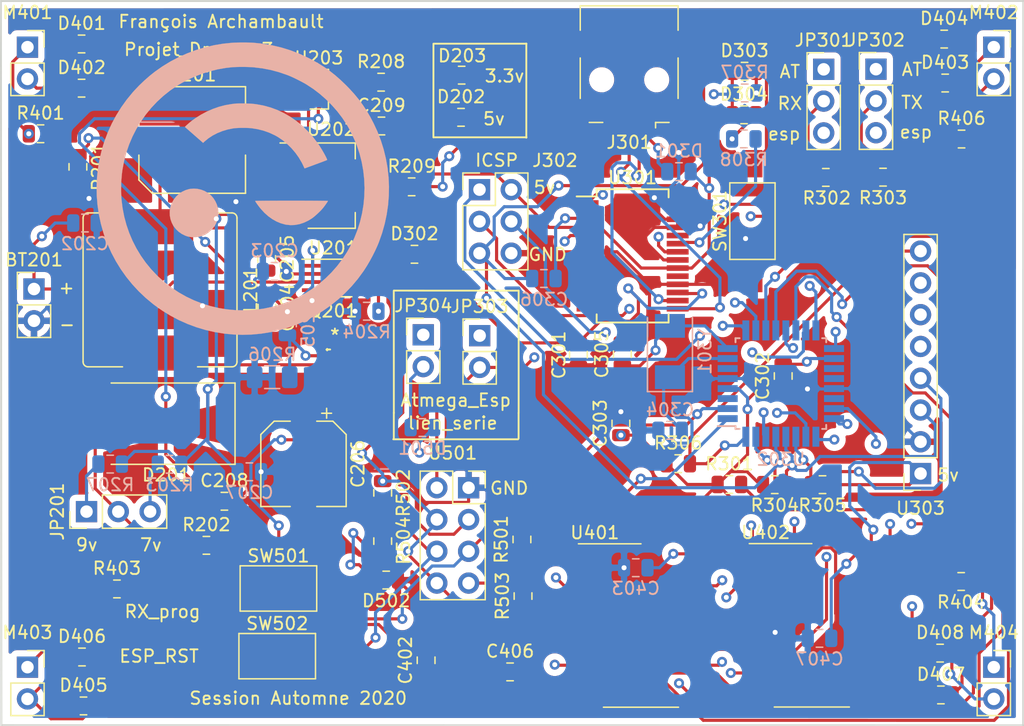
<source format=kicad_pcb>
(kicad_pcb (version 20171130) (host pcbnew "(5.1.6)-1")
  (title_block (title PCB_Drone) (date 2020-10-15) (rev 3) (company "Cégep de Sherbrooke") (comment 1 "Par: François Archambault") (comment 2 "Pour: Pierre Bergeron") (comment 3 "Session Automne 2020"))
  (layers (0 F.Cu signal) (1 In1.Cu signal) (2 In2.Cu signal) (31 B.Cu signal) (34 B.Paste user) (35 F.Paste user) (36 B.SilkS user) (37 F.SilkS user) (38 B.Mask user) (39 F.Mask user) (44 Edge.Cuts user))
  (net 0 "")
  (net 1 +4v)
  (net 2 GND)
  (net 3 "Net-(C203-Pad1)")
  (net 4 Isen)
  (net 5 "Net-(C205-Pad2)")
  (net 6 +5v)
  (net 7 +3.3v)
  (net 8 "Net-(C301-Pad1)")
  (net 9 "Net-(C304-Pad1)")
  (net 10 "Net-(C305-Pad1)")
  (net 11 /MC/InterfaceProg/Capteur/RST)
  (net 12 /MC/InterfaceProg/Capteur/RST_FT232)
  (net 13 "Net-(D201-Pad2)")
  (net 14 "Net-(D301-Pad2)")
  (net 15 "Net-(D401-Pad1)")
  (net 16 "Net-(D401-Pad2)")
  (net 17 "Net-(D403-Pad1)")
  (net 18 "Net-(D403-Pad2)")
  (net 19 "Net-(D405-Pad1)")
  (net 20 "Net-(D405-Pad2)")
  (net 21 "Net-(D407-Pad2)")
  (net 22 "Net-(D407-Pad1)")
  (net 23 RX_ESP)
  (net 24 /ESP01/RX_ESP_3.3v)
  (net 25 "Net-(D502-Pad2)")
  (net 26 "Net-(J301-Pad2)")
  (net 27 "Net-(J301-Pad3)")
  (net 28 "Net-(J301-Pad4)")
  (net 29 /MC/InterfaceProg/Capteur/D12)
  (net 30 /MC/InterfaceProg/Capteur/D13)
  (net 31 /MC/InterfaceProg/Capteur/D11)
  (net 32 RX)
  (net 33 /MC/InterfaceProg/Capteur/RX_ATmega)
  (net 34 /MC/InterfaceProg/Capteur/TX_ATmega)
  (net 35 TX)
  (net 36 TX_ESP)
  (net 37 "Net-(M401-Pad1)")
  (net 38 "Net-(M402-Pad2)")
  (net 39 "Net-(M403-Pad1)")
  (net 40 "Net-(M404-Pad1)")
  (net 41 "Net-(Q201-Pad3)")
  (net 42 "Net-(Q201-Pad4)")
  (net 43 "Net-(R204-Pad2)")
  (net 44 "Net-(R302-Pad2)")
  (net 45 "Net-(R303-Pad2)")
  (net 46 "/MC/InterfaceProg/Capteur/A5(SCL)")
  (net 47 "/MC/InterfaceProg/Capteur/A4(SDA)")
  (net 48 /MC/InterfaceProg/Capteur/INT0)
  (net 49 /ESP01/RX_PROG)
  (net 50 /ESP01/ESP_RST)
  (net 51 "Net-(R504-Pad2)")
  (net 52 "Net-(U301-Pad2)")
  (net 53 "Net-(U301-Pad6)")
  (net 54 "Net-(U301-Pad9)")
  (net 55 "Net-(U301-Pad10)")
  (net 56 "Net-(U301-Pad11)")
  (net 57 "Net-(U301-Pad12)")
  (net 58 "Net-(U301-Pad13)")
  (net 59 "Net-(U301-Pad14)")
  (net 60 "Net-(U301-Pad27)")
  (net 61 "Net-(U301-Pad28)")
  (net 62 D3)
  (net 63 D4)
  (net 64 "Net-(U302-Pad3)")
  (net 65 "Net-(U302-Pad6)")
  (net 66 D5)
  (net 67 D6)
  (net 68 D7)
  (net 69 D8)
  (net 70 D9)
  (net 71 D10)
  (net 72 "Net-(U302-Pad19)")
  (net 73 "Net-(U302-Pad20)")
  (net 74 "Net-(U302-Pad22)")
  (net 75 "Net-(U303-Pad5)")
  (net 76 "Net-(U303-Pad6)")
  (net 77 "Net-(U303-Pad7)")
  (net 78 +7v_+9v)
  (net 79 "Net-(JP201-Pad1)")
  (net 80 "Net-(JP201-Pad2)")
  (net 81 "Net-(JP201-Pad3)")
  (net 82 "Net-(U301-Pad19)")
  (net 83 A0)
  (net 84 A1)
  (net 85 A2)
  (net 86 "Net-(D202-Pad2)")
  (net 87 "Net-(D203-Pad2)")
  (net 88 "Net-(D303-Pad2)")
  (net 89 "Net-(D304-Pad2)")
  (net 90 A3)
  (net 91 /MC/InterfaceProg/Capteur/rx_ft232)
  (net 92 /MC/InterfaceProg/Capteur/tx_ft232)
  (module CSD:smileyDrone (layer B.Cu) (at 83.56346 78.96606)
    (fp_text reference G*** hide)
    (fp_text value LOGO hide)
  )
  (module Connector_PinHeader_2.54mm:PinHeader_1x02_P2.54mm_Vertical (layer F.Cu) (at 66.87566 86.99246)
    (fp_text reference BT201 (at 0 -2.33) (layer F.SilkS))
    (fp_text value Li-Po)
    (pad 1 thru_hole rect (at 0 0) (size 1.7 1.7) (drill 1) (layers *.Cu *.Mask) (net 1 +4v))
    (pad 2 thru_hole oval (at 0 2.54) (size 1.7 1.7) (drill 1) (layers *.Cu *.Mask) (net 2 GND))
  )
  (module Capacitor_SMD:CP_Elec_8x11.9 (layer F.Cu) (at 79.51978 75.0824)
    (fp_text reference C201 (at 0 -5.2) (layer F.SilkS))
    (fp_text value 470uF)
    (pad 1 smd roundrect (at -3.475 0) (size 4.15 1.9) (layers F.Cu F.Paste F.Mask) (roundrect_rratio 0.131579) (net 1 +4v))
    (pad 2 smd roundrect (at 3.475 0) (size 4.15 1.9) (layers F.Cu F.Paste F.Mask) (roundrect_rratio 0.131579) (net 2 GND))
  )
  (module Resistor_SMD:R_0805_2012Metric (layer B.Cu) (at 70.94982 81.71942)
    (fp_text reference C202 (at 0 1.65) (layer B.SilkS) (effects (justify mirror)))
    (fp_text value 100nF)
    (pad 1 smd roundrect (at -0.9375 0) (size 0.975 1.4) (layers B.Cu B.Paste B.Mask) (net 1 +4v))
    (pad 2 smd roundrect (at 0.9375 0) (size 0.975 1.4) (layers B.Cu B.Paste B.Mask) (net 2 GND))
  )
  (module Resistor_SMD:R_0805_2012Metric (layer B.Cu) (at 86.10346 85.58784 180)
    (fp_text reference C203 (at 0 1.65) (layer B.SilkS) (effects (justify mirror)))
    (fp_text value 3.9nF)
    (pad 2 smd roundrect (at 0.9375 0 180) (size 0.975 1.4) (layers B.Cu B.Paste B.Mask) (net 2 GND))
    (pad 1 smd roundrect (at -0.9375 0 180) (size 0.975 1.4) (layers B.Cu B.Paste B.Mask) (net 3 "Net-(C203-Pad1)"))
  )
  (module Resistor_SMD:R_0805_2012Metric (layer F.Cu) (at 85.4964 88.47836 270)
    (fp_text reference C204 (at 0 -1.65 90) (layer F.SilkS))
    (fp_text value 10pF)
    (pad 1 smd roundrect (at -0.9375 0 270) (size 0.975 1.4) (layers F.Cu F.Paste F.Mask) (net 4 Isen))
    (pad 2 smd roundrect (at 0.9375 0 270) (size 0.975 1.4) (layers F.Cu F.Paste F.Mask) (net 2 GND))
  )
  (module Resistor_SMD:R_0805_2012Metric (layer F.Cu) (at 85.46846 84.58454 270)
    (fp_text reference C205 (at 0 -1.65 90) (layer F.SilkS))
    (fp_text value 100nF)
    (pad 2 smd roundrect (at 0.9375 0 270) (size 0.975 1.4) (layers F.Cu F.Paste F.Mask) (net 5 "Net-(C205-Pad2)"))
    (pad 1 smd roundrect (at -0.9375 0 270) (size 0.975 1.4) (layers F.Cu F.Paste F.Mask) (net 3 "Net-(C203-Pad1)"))
  )
  (module Capacitor_SMD:CP_Elec_6.3x3 (layer F.Cu) (at 88.41486 100.965 270)
    (fp_text reference C206 (at 0 -4.35 90) (layer F.SilkS))
    (fp_text value 100uF)
    (pad 1 smd roundrect (at -2.7 0 270) (size 3.5 1.6) (layers F.Cu F.Paste F.Mask) (roundrect_rratio 0.15625) (net 78 +7v_+9v))
    (pad 2 smd roundrect (at 2.7 0 270) (size 3.5 1.6) (layers F.Cu F.Paste F.Mask) (roundrect_rratio 0.15625) (net 2 GND))
  )
  (module Resistor_SMD:R_0805_2012Metric (layer B.Cu) (at 84.0867 101.6)
    (fp_text reference C207 (at 0 1.65) (layer B.SilkS) (effects (justify mirror)))
    (fp_text value 0.33uF)
    (pad 1 smd roundrect (at -0.9375 0) (size 0.975 1.4) (layers B.Cu B.Paste B.Mask) (net 78 +7v_+9v))
    (pad 2 smd roundrect (at 0.9375 0) (size 0.975 1.4) (layers B.Cu B.Paste B.Mask) (net 2 GND))
  )
  (module Resistor_SMD:R_0805_2012Metric (layer F.Cu) (at 82.09256 103.95458)
    (fp_text reference C208 (at 0 -1.65) (layer F.SilkS))
    (fp_text value 0.1uF)
    (pad 1 smd roundrect (at -0.9375 0) (size 0.975 1.4) (layers F.Cu F.Paste F.Mask) (net 6 +5v))
    (pad 2 smd roundrect (at 0.9375 0) (size 0.975 1.4) (layers F.Cu F.Paste F.Mask) (net 2 GND))
  )
  (module Resistor_SMD:R_0805_2012Metric (layer F.Cu) (at 94.64778 73.9648)
    (fp_text reference C209 (at 0 -1.65) (layer F.SilkS))
    (fp_text value 2.2uF)
    (pad 1 smd roundrect (at -0.9375 0) (size 0.975 1.4) (layers F.Cu F.Paste F.Mask) (net 7 +3.3v))
    (pad 2 smd roundrect (at 0.9375 0) (size 0.975 1.4) (layers F.Cu F.Paste F.Mask) (net 2 GND))
  )
  (module Resistor_SMD:R_0805_2012Metric (layer F.Cu) (at 110.38586 92.23732 270)
    (fp_text reference C301 (at 0.0254 1.55956 90) (layer F.SilkS))
    (fp_text value 1uF)
    (pad 2 smd roundrect (at 0.9375 0 270) (size 0.975 1.4) (layers F.Cu F.Paste F.Mask) (net 2 GND))
    (pad 1 smd roundrect (at -0.9375 0 270) (size 0.975 1.4) (layers F.Cu F.Paste F.Mask) (net 8 "Net-(C301-Pad1)"))
  )
  (module Resistor_SMD:R_0805_2012Metric (layer F.Cu) (at 126.75362 93.94444 90)
    (fp_text reference C302 (at 0 -1.65 90) (layer F.SilkS))
    (fp_text value 4.7uF)
    (pad 2 smd roundrect (at 0.9375 0 90) (size 0.975 1.4) (layers F.Cu F.Paste F.Mask) (net 6 +5v))
    (pad 1 smd roundrect (at -0.9375 0 90) (size 0.975 1.4) (layers F.Cu F.Paste F.Mask) (net 2 GND))
  )
  (module Resistor_SMD:R_0805_2012Metric (layer F.Cu) (at 113.78184 97.73666 90)
    (fp_text reference C303 (at 0 -1.65 90) (layer F.SilkS))
    (fp_text value 0.1uF)
    (pad 1 smd roundrect (at -0.9375 0 90) (size 0.975 1.4) (layers F.Cu F.Paste F.Mask) (net 6 +5v))
    (pad 2 smd roundrect (at 0.9375 0 90) (size 0.975 1.4) (layers F.Cu F.Paste F.Mask) (net 2 GND))
  )
  (module Resistor_SMD:R_0805_2012Metric (layer B.Cu) (at 117.71376 98.28784 180)
    (fp_text reference C304 (at 0 1.65) (layer B.SilkS) (effects (justify mirror)))
    (fp_text value 22pF)
    (pad 2 smd roundrect (at 0.9375 0 180) (size 0.975 1.4) (layers B.Cu B.Paste B.Mask) (net 2 GND))
    (pad 1 smd roundrect (at -0.9375 0 180) (size 0.975 1.4) (layers B.Cu B.Paste B.Mask) (net 9 "Net-(C304-Pad1)"))
  )
  (module Resistor_SMD:R_0805_2012Metric (layer F.Cu) (at 113.89868 92.19946 90)
    (fp_text reference C305 (at 0 -1.65 90) (layer F.SilkS))
    (fp_text value 22pF)
    (pad 1 smd roundrect (at -0.9375 0 90) (size 0.975 1.4) (layers F.Cu F.Paste F.Mask) (net 10 "Net-(C305-Pad1)"))
    (pad 2 smd roundrect (at 0.9375 0 90) (size 0.975 1.4) (layers F.Cu F.Paste F.Mask) (net 2 GND))
  )
  (module Resistor_SMD:R_0805_2012Metric (layer B.Cu) (at 107.62718 86.15426 180)
    (fp_text reference C306 (at -0.01524 -1.67386) (layer B.SilkS) (effects (justify mirror)))
    (fp_text value 0.1uF)
    (pad 2 smd roundrect (at 0.9375 0 180) (size 0.975 1.4) (layers B.Cu B.Paste B.Mask) (net 11 /MC/InterfaceProg/Capteur/RST))
    (pad 1 smd roundrect (at -0.9375 0 180) (size 0.975 1.4) (layers B.Cu B.Paste B.Mask) (net 12 /MC/InterfaceProg/Capteur/RST_FT232))
  )
  (module Resistor_SMD:R_0805_2012Metric (layer F.Cu) (at 98.21418 116.66196 90)
    (fp_text reference C402 (at 0 -1.65 90) (layer F.SilkS))
    (fp_text value 1uF)
    (pad 2 smd roundrect (at 0.9375 0 90) (size 0.975 1.4) (layers F.Cu F.Paste F.Mask) (net 2 GND))
    (pad 1 smd roundrect (at -0.9375 0 90) (size 0.975 1.4) (layers F.Cu F.Paste F.Mask) (net 78 +7v_+9v))
  )
  (module Resistor_SMD:R_0805_2012Metric (layer B.Cu) (at 114.97032 109.26826)
    (fp_text reference C403 (at 0 1.65) (layer B.SilkS) (effects (justify mirror)))
    (fp_text value 1uF)
    (pad 1 smd roundrect (at -0.9375 0) (size 0.975 1.4) (layers B.Cu B.Paste B.Mask) (net 2 GND))
    (pad 2 smd roundrect (at 0.9375 0) (size 0.975 1.4) (layers B.Cu B.Paste B.Mask) (net 6 +5v))
  )
  (module Resistor_SMD:R_0805_2012Metric (layer F.Cu) (at 104.92462 117.59184)
    (fp_text reference C406 (at 0 -1.65) (layer F.SilkS))
    (fp_text value 1uF)
    (pad 2 smd roundrect (at 0.9375 0) (size 0.975 1.4) (layers F.Cu F.Paste F.Mask) (net 2 GND))
    (pad 1 smd roundrect (at -0.9375 0) (size 0.975 1.4) (layers F.Cu F.Paste F.Mask) (net 78 +7v_+9v))
  )
  (module Resistor_SMD:R_0805_2012Metric (layer B.Cu) (at 129.65454 114.9096)
    (fp_text reference C407 (at 0 1.65) (layer B.SilkS) (effects (justify mirror)))
    (fp_text value 1uF)
    (pad 1 smd roundrect (at -0.9375 0) (size 0.975 1.4) (layers B.Cu B.Paste B.Mask) (net 2 GND))
    (pad 2 smd roundrect (at 0.9375 0) (size 0.975 1.4) (layers B.Cu B.Paste B.Mask) (net 6 +5v))
  )
  (module Diode_SMD:D_SMB-SMC_Universal_Handsoldering (layer F.Cu) (at 77.4446 97.75444 180)
    (fp_text reference D201 (at 0 -4.1) (layer F.SilkS))
    (fp_text value B540C-13-F)
    (pad 1 smd trapezoid (at -3.2 0 180) (size 4.3 2.6) (rect_delta 1 0) (layers F.Cu F.Paste F.Mask) (net 78 +7v_+9v))
    (pad 2 smd trapezoid (at 3.2 0) (size 4.3 2.6) (rect_delta 1 0) (layers F.Cu F.Paste F.Mask) (net 13 "Net-(D201-Pad2)"))
  )
  (module Resistor_SMD:R_0805_2012Metric (layer F.Cu) (at 101.0054 73.27138)
    (fp_text reference D202 (at 0 -1.65) (layer F.SilkS))
    (fp_text value del_5v)
    (pad 1 smd roundrect (at -0.9375 0) (size 0.975 1.4) (layers F.Cu F.Paste F.Mask) (net 2 GND))
    (pad 2 smd roundrect (at 0.9375 0) (size 0.975 1.4) (layers F.Cu F.Paste F.Mask) (net 86 "Net-(D202-Pad2)"))
  )
  (module Resistor_SMD:R_0805_2012Metric (layer F.Cu) (at 101.0562 69.9008 180)
    (fp_text reference D203 (at -0.04088 1.54686) (layer F.SilkS))
    (fp_text value del_3.3)
    (pad 2 smd roundrect (at 0.9375 0 180) (size 0.975 1.4) (layers F.Cu F.Paste F.Mask) (net 87 "Net-(D203-Pad2)"))
    (pad 1 smd roundrect (at -0.9375 0 180) (size 0.975 1.4) (layers F.Cu F.Paste F.Mask) (net 2 GND))
  )
  (module Resistor_SMD:R_0805_2012Metric (layer B.Cu) (at 118.42242 77.61224 180)
    (fp_text reference D301 (at 0 1.65) (layer B.SilkS) (effects (justify mirror)))
    (fp_text value D_Schottky)
    (pad 2 smd roundrect (at 0.9375 0 180) (size 0.975 1.4) (layers B.Cu B.Paste B.Mask) (net 14 "Net-(D301-Pad2)"))
    (pad 1 smd roundrect (at -0.9375 0 180) (size 0.975 1.4) (layers B.Cu B.Paste B.Mask) (net 6 +5v))
  )
  (module Resistor_SMD:R_0805_2012Metric (layer F.Cu) (at 97.2843 84.21878)
    (fp_text reference D302 (at 0 -1.65) (layer F.SilkS))
    (fp_text value D_Schottky)
    (pad 2 smd roundrect (at 0.9375 0) (size 0.975 1.4) (layers F.Cu F.Paste F.Mask) (net 8 "Net-(C301-Pad1)"))
    (pad 1 smd roundrect (at -0.9375 0) (size 0.975 1.4) (layers F.Cu F.Paste F.Mask) (net 7 +3.3v))
  )
  (module Resistor_SMD:R_0805_2012Metric (layer F.Cu) (at 123.66474 69.59092)
    (fp_text reference D303 (at 0 -1.65) (layer F.SilkS))
    (fp_text value delRX_rouge)
    (pad 1 smd roundrect (at -0.9375 0) (size 0.975 1.4) (layers F.Cu F.Paste F.Mask) (net 6 +5v))
    (pad 2 smd roundrect (at 0.9375 0) (size 0.975 1.4) (layers F.Cu F.Paste F.Mask) (net 88 "Net-(D303-Pad2)"))
  )
  (module Resistor_SMD:R_0805_2012Metric (layer F.Cu) (at 123.62156 73.06818)
    (fp_text reference D304 (at 0 -1.65) (layer F.SilkS))
    (fp_text value DelTX_bleu)
    (pad 2 smd roundrect (at 0.9375 0) (size 0.975 1.4) (layers F.Cu F.Paste F.Mask) (net 89 "Net-(D304-Pad2)"))
    (pad 1 smd roundrect (at -0.9375 0) (size 0.975 1.4) (layers F.Cu F.Paste F.Mask) (net 6 +5v))
  )
  (module Resistor_SMD:R_0805_2012Metric (layer F.Cu) (at 70.68034 67.40906)
    (fp_text reference D401 (at 0 -1.65) (layer F.SilkS))
    (fp_text value "DEL rouge")
    (pad 2 smd roundrect (at 0.9375 0) (size 0.975 1.4) (layers F.Cu F.Paste F.Mask) (net 16 "Net-(D401-Pad2)"))
    (pad 1 smd roundrect (at -0.9375 0) (size 0.975 1.4) (layers F.Cu F.Paste F.Mask) (net 15 "Net-(D401-Pad1)"))
  )
  (module Resistor_SMD:R_0805_2012Metric (layer F.Cu) (at 70.68034 70.93966)
    (fp_text reference D402 (at 0 -1.65) (layer F.SilkS))
    (fp_text value "DEL verte")
    (pad 1 smd roundrect (at -0.9375 0) (size 0.975 1.4) (layers F.Cu F.Paste F.Mask) (net 16 "Net-(D401-Pad2)"))
    (pad 2 smd roundrect (at 0.9375 0) (size 0.975 1.4) (layers F.Cu F.Paste F.Mask) (net 15 "Net-(D401-Pad1)"))
  )
  (module Resistor_SMD:R_0805_2012Metric (layer F.Cu) (at 139.69722 70.53072)
    (fp_text reference D403 (at 0 -1.65) (layer F.SilkS))
    (fp_text value "DEL verte")
    (pad 1 smd roundrect (at -0.9375 0) (size 0.975 1.4) (layers F.Cu F.Paste F.Mask) (net 17 "Net-(D403-Pad1)"))
    (pad 2 smd roundrect (at 0.9375 0) (size 0.975 1.4) (layers F.Cu F.Paste F.Mask) (net 18 "Net-(D403-Pad2)"))
  )
  (module Resistor_SMD:R_0805_2012Metric (layer F.Cu) (at 139.61848 67.0179)
    (fp_text reference D404 (at 0 -1.65) (layer F.SilkS))
    (fp_text value "DEL rouge")
    (pad 2 smd roundrect (at 0.9375 0) (size 0.975 1.4) (layers F.Cu F.Paste F.Mask) (net 17 "Net-(D403-Pad1)"))
    (pad 1 smd roundrect (at -0.9375 0) (size 0.975 1.4) (layers F.Cu F.Paste F.Mask) (net 18 "Net-(D403-Pad2)"))
  )
  (module Resistor_SMD:R_0805_2012Metric (layer F.Cu) (at 70.83274 120.31218)
    (fp_text reference D405 (at 0 -1.65) (layer F.SilkS))
    (fp_text value "DEL rouge")
    (pad 1 smd roundrect (at -0.9375 0) (size 0.975 1.4) (layers F.Cu F.Paste F.Mask) (net 19 "Net-(D405-Pad1)"))
    (pad 2 smd roundrect (at 0.9375 0) (size 0.975 1.4) (layers F.Cu F.Paste F.Mask) (net 20 "Net-(D405-Pad2)"))
  )
  (module Resistor_SMD:R_0805_2012Metric (layer F.Cu) (at 70.7136 116.40312)
    (fp_text reference D406 (at 0 -1.65) (layer F.SilkS))
    (fp_text value "DEL verte")
    (pad 2 smd roundrect (at 0.9375 0) (size 0.975 1.4) (layers F.Cu F.Paste F.Mask) (net 19 "Net-(D405-Pad1)"))
    (pad 1 smd roundrect (at -0.9375 0) (size 0.975 1.4) (layers F.Cu F.Paste F.Mask) (net 20 "Net-(D405-Pad2)"))
  )
  (module Resistor_SMD:R_0805_2012Metric (layer F.Cu) (at 139.35686 119.43334)
    (fp_text reference D407 (at 0 -1.65) (layer F.SilkS))
    (fp_text value "DEL verte")
    (pad 1 smd roundrect (at -0.9375 0) (size 0.975 1.4) (layers F.Cu F.Paste F.Mask) (net 22 "Net-(D407-Pad1)"))
    (pad 2 smd roundrect (at 0.9375 0) (size 0.975 1.4) (layers F.Cu F.Paste F.Mask) (net 21 "Net-(D407-Pad2)"))
  )
  (module Resistor_SMD:R_0805_2012Metric (layer F.Cu) (at 139.29336 116.09324)
    (fp_text reference D408 (at 0 -1.65) (layer F.SilkS))
    (fp_text value "DEL rouge")
    (pad 2 smd roundrect (at 0.9375 0) (size 0.975 1.4) (layers F.Cu F.Paste F.Mask) (net 22 "Net-(D407-Pad1)"))
    (pad 1 smd roundrect (at -0.9375 0) (size 0.975 1.4) (layers F.Cu F.Paste F.Mask) (net 21 "Net-(D407-Pad2)"))
  )
  (module Resistor_SMD:R_0805_2012Metric (layer B.Cu) (at 97.91446 98.06432)
    (fp_text reference D501 (at 0 1.65) (layer B.SilkS) (effects (justify mirror)))
    (fp_text value D_Schottky)
    (pad 2 smd roundrect (at 0.9375 0) (size 0.975 1.4) (layers B.Cu B.Paste B.Mask) (net 24 /ESP01/RX_ESP_3.3v))
    (pad 1 smd roundrect (at -0.9375 0) (size 0.975 1.4) (layers B.Cu B.Paste B.Mask) (net 23 RX_ESP))
  )
  (module Resistor_SMD:R_0805_2012Metric (layer F.Cu) (at 95.0237 110.25378 180)
    (fp_text reference D502 (at 0 -1.65) (layer F.SilkS))
    (fp_text value LED_jaune_Tx)
    (pad 1 smd roundrect (at -0.9375 0 180) (size 0.975 1.4) (layers F.Cu F.Paste F.Mask) (net 2 GND))
    (pad 2 smd roundrect (at 0.9375 0 180) (size 0.975 1.4) (layers F.Cu F.Paste F.Mask) (net 25 "Net-(D502-Pad2)"))
  )
  (module Connector_USB:USB_Mini-B_Lumberg_2486_01_Horizontal (layer F.Cu) (at 114.44224 70.2691 180)
    (fp_text reference J301 (at 0 -5) (layer F.SilkS))
    (fp_text value USB_B_Micro)
    (pad 1 smd rect (at -1.6 -2.7 180) (size 0.5 2) (layers F.Cu F.Paste F.Mask) (net 14 "Net-(D301-Pad2)"))
    (pad 2 smd rect (at -0.8 -2.7 180) (size 0.5 2) (layers F.Cu F.Paste F.Mask) (net 26 "Net-(J301-Pad2)"))
    (pad 3 smd rect (at 0 -2.7 180) (size 0.5 2) (layers F.Cu F.Paste F.Mask) (net 27 "Net-(J301-Pad3)"))
    (pad 4 smd rect (at 0.8 -2.7 180) (size 0.5 2) (layers F.Cu F.Paste F.Mask) (net 28 "Net-(J301-Pad4)"))
    (pad 5 smd rect (at 1.6 -2.7 180) (size 0.5 2) (layers F.Cu F.Paste F.Mask) (net 2 GND))
    (pad 6 smd rect (at -4.45 -2.6 180) (size 2 1.7) (layers F.Cu F.Paste F.Mask) (net 2 GND))
    (pad 6 smd rect (at -4.45 2.85 180) (size 2 1.7) (layers F.Cu F.Paste F.Mask) (net 2 GND))
    (pad 6 smd rect (at 4.45 -2.6 180) (size 2 1.7) (layers F.Cu F.Paste F.Mask) (net 2 GND))
    (pad 6 smd rect (at 4.45 2.85 180) (size 2 1.7) (layers F.Cu F.Paste F.Mask) (net 2 GND))
    (pad "" np_thru_hole circle (at -2.2 0 180) (size 1 1) (drill 1) (layers *.Cu *.Mask))
    (pad "" np_thru_hole circle (at 2.2 0 180) (size 1 1) (drill 1) (layers *.Cu *.Mask))
  )
  (module Connector_PinHeader_2.54mm:PinHeader_2x03_P2.54mm_Vertical (layer F.Cu) (at 102.48138 79.04988)
    (fp_text reference J302 (at 6.02996 -2.33172) (layer F.SilkS))
    (fp_text value ICSP)
    (pad 1 thru_hole rect (at 0 0) (size 1.7 1.7) (drill 1) (layers *.Cu *.Mask) (net 29 /MC/InterfaceProg/Capteur/D12))
    (pad 2 thru_hole oval (at 2.54 0) (size 1.7 1.7) (drill 1) (layers *.Cu *.Mask) (net 6 +5v))
    (pad 3 thru_hole oval (at 0 2.54) (size 1.7 1.7) (drill 1) (layers *.Cu *.Mask) (net 30 /MC/InterfaceProg/Capteur/D13))
    (pad 4 thru_hole oval (at 2.54 2.54) (size 1.7 1.7) (drill 1) (layers *.Cu *.Mask) (net 31 /MC/InterfaceProg/Capteur/D11))
    (pad 5 thru_hole oval (at 0 5.08) (size 1.7 1.7) (drill 1) (layers *.Cu *.Mask) (net 11 /MC/InterfaceProg/Capteur/RST))
    (pad 6 thru_hole oval (at 2.54 5.08) (size 1.7 1.7) (drill 1) (layers *.Cu *.Mask) (net 2 GND))
  )
  (module Connector_PinHeader_2.54mm:PinHeader_1x03_P2.54mm_Vertical (layer F.Cu) (at 71.07428 104.78262 90)
    (fp_text reference JP201 (at 0 -2.33 90) (layer F.SilkS))
    (fp_text value "7v ou 9v")
    (pad 1 thru_hole rect (at 0 0 90) (size 1.7 1.7) (drill 1) (layers *.Cu *.Mask) (net 79 "Net-(JP201-Pad1)"))
    (pad 2 thru_hole oval (at 0 2.54 90) (size 1.7 1.7) (drill 1) (layers *.Cu *.Mask) (net 80 "Net-(JP201-Pad2)"))
    (pad 3 thru_hole oval (at 0 5.08 90) (size 1.7 1.7) (drill 1) (layers *.Cu *.Mask) (net 81 "Net-(JP201-Pad3)"))
  )
  (module Connector_PinHeader_2.54mm:PinHeader_1x03_P2.54mm_Vertical (layer F.Cu) (at 129.98958 69.43598)
    (fp_text reference JP301 (at 0 -2.33) (layer F.SilkS))
    (fp_text value RX)
    (pad 1 thru_hole rect (at 0 0) (size 1.7 1.7) (drill 1) (layers *.Cu *.Mask) (net 33 /MC/InterfaceProg/Capteur/RX_ATmega))
    (pad 2 thru_hole oval (at 0 2.54) (size 1.7 1.7) (drill 1) (layers *.Cu *.Mask) (net 32 RX))
    (pad 3 thru_hole oval (at 0 5.08) (size 1.7 1.7) (drill 1) (layers *.Cu *.Mask) (net 23 RX_ESP))
  )
  (module Connector_PinHeader_2.54mm:PinHeader_1x03_P2.54mm_Vertical (layer F.Cu) (at 134.16788 69.42328)
    (fp_text reference JP302 (at 0 -2.33) (layer F.SilkS))
    (fp_text value TX)
    (pad 3 thru_hole oval (at 0 5.08) (size 1.7 1.7) (drill 1) (layers *.Cu *.Mask) (net 36 TX_ESP))
    (pad 2 thru_hole oval (at 0 2.54) (size 1.7 1.7) (drill 1) (layers *.Cu *.Mask) (net 35 TX))
    (pad 1 thru_hole rect (at 0 0) (size 1.7 1.7) (drill 1) (layers *.Cu *.Mask) (net 34 /MC/InterfaceProg/Capteur/TX_ATmega))
  )
  (module Connector_PinHeader_2.54mm:PinHeader_1x02_P2.54mm_Vertical (layer F.Cu) (at 102.49408 90.71864)
    (fp_text reference JP303 (at 0 -2.33) (layer F.SilkS))
    (fp_text value RXATmega_TXESP01)
    (pad 2 thru_hole oval (at 0 2.54) (size 1.7 1.7) (drill 1) (layers *.Cu *.Mask) (net 36 TX_ESP))
    (pad 1 thru_hole rect (at 0 0) (size 1.7 1.7) (drill 1) (layers *.Cu *.Mask) (net 33 /MC/InterfaceProg/Capteur/RX_ATmega))
  )
  (module Connector_PinHeader_2.54mm:PinHeader_1x02_P2.54mm_Vertical (layer F.Cu) (at 97.98812 90.65514)
    (fp_text reference JP304 (at 0 -2.33) (layer F.SilkS))
    (fp_text value TXATmega_RXESP01)
    (pad 1 thru_hole rect (at 0 0) (size 1.7 1.7) (drill 1) (layers *.Cu *.Mask) (net 34 /MC/InterfaceProg/Capteur/TX_ATmega))
    (pad 2 thru_hole oval (at 0 2.54) (size 1.7 1.7) (drill 1) (layers *.Cu *.Mask) (net 23 RX_ESP))
  )
  (module Inductor_SMD:L_Bourns_SRR1210A (layer F.Cu) (at 76.9493 87.06104 270)
    (fp_text reference L201 (at 0 -7.25 90) (layer F.SilkS))
    (fp_text value 4.5uH)
    (pad 2 smd rect (at 5.05 0 270) (size 2.8 5.3) (layers F.Cu F.Paste F.Mask) (net 13 "Net-(D201-Pad2)"))
    (pad 1 smd rect (at -5.05 0 270) (size 2.8 5.3) (layers F.Cu F.Paste F.Mask) (net 1 +4v))
  )
  (module Connector_PinSocket_2.54mm:PinSocket_1x02_P2.54mm_Vertical (layer F.Cu) (at 66.35496 67.66306)
    (fp_text reference M401 (at 0 -2.77) (layer F.SilkS))
    (fp_text value M-Av-G)
    (pad 2 thru_hole oval (at 0 2.54) (size 1.7 1.7) (drill 1) (layers *.Cu *.Mask) (net 16 "Net-(D401-Pad2)"))
    (pad 1 thru_hole rect (at 0 0) (size 1.7 1.7) (drill 1) (layers *.Cu *.Mask) (net 37 "Net-(M401-Pad1)"))
  )
  (module Connector_PinSocket_2.54mm:PinSocket_1x02_P2.54mm_Vertical (layer F.Cu) (at 143.58366 67.66306)
    (fp_text reference M402 (at 0 -2.77) (layer F.SilkS))
    (fp_text value M-Av-D)
    (pad 1 thru_hole rect (at 0 0) (size 1.7 1.7) (drill 1) (layers *.Cu *.Mask) (net 18 "Net-(D403-Pad2)"))
    (pad 2 thru_hole oval (at 0 2.54) (size 1.7 1.7) (drill 1) (layers *.Cu *.Mask) (net 38 "Net-(M402-Pad2)"))
  )
  (module Connector_PinSocket_2.54mm:PinSocket_1x02_P2.54mm_Vertical (layer F.Cu) (at 66.35496 117.21338)
    (fp_text reference M403 (at 0 -2.77) (layer F.SilkS))
    (fp_text value M-Ar-G)
    (pad 2 thru_hole oval (at 0 2.54) (size 1.7 1.7) (drill 1) (layers *.Cu *.Mask) (net 20 "Net-(D405-Pad2)"))
    (pad 1 thru_hole rect (at 0 0) (size 1.7 1.7) (drill 1) (layers *.Cu *.Mask) (net 39 "Net-(M403-Pad1)"))
  )
  (module Connector_PinSocket_2.54mm:PinSocket_1x02_P2.54mm_Vertical (layer F.Cu) (at 143.58366 117.21338)
    (fp_text reference M404 (at 0 -2.77) (layer F.SilkS))
    (fp_text value M-Ar-D)
    (pad 1 thru_hole rect (at 0 0) (size 1.7 1.7) (drill 1) (layers *.Cu *.Mask) (net 40 "Net-(M404-Pad1)"))
    (pad 2 thru_hole oval (at 0 2.54) (size 1.7 1.7) (drill 1) (layers *.Cu *.Mask) (net 22 "Net-(D407-Pad1)"))
  )
  (module CSD:CSD13202Q2 (layer F.Cu) (at 90.92438 90.69578)
    (fp_text reference Q201 (at -0.1524 -1.95072) (layer F.SilkS))
    (fp_text value . (at -0.61722 0.73406) (layer F.SilkS))
    (fp_text user * (at 0 0) (layer F.SilkS))
    (pad 1 smd rect (at -1.0033 -0.649999) (size 0.6096 0.3048) (layers F.Cu F.Paste F.Mask) (net 13 "Net-(D201-Pad2)"))
    (pad 2 smd rect (at -1.0033 0) (size 0.6096 0.3048) (layers F.Cu F.Paste F.Mask) (net 13 "Net-(D201-Pad2)"))
    (pad 3 smd rect (at -1.0033 0.649999) (size 0.6096 0.3048) (layers F.Cu F.Paste F.Mask) (net 41 "Net-(Q201-Pad3)"))
    (pad 4 smd rect (at 1.0033 0.649999) (size 0.6096 0.3048) (layers F.Cu F.Paste F.Mask) (net 42 "Net-(Q201-Pad4)"))
    (pad 5 smd rect (at 1.0033 0) (size 0.6096 0.3048) (layers F.Cu F.Paste F.Mask) (net 13 "Net-(D201-Pad2)"))
    (pad 6 smd rect (at 1.0033 -0.649999) (size 0.6096 0.3048) (layers F.Cu F.Paste F.Mask) (net 13 "Net-(D201-Pad2)"))
    (pad 8 smd rect (at 0 -0.3048) (size 0.9906 0.9906) (layers F.Cu F.Paste F.Mask) (net 13 "Net-(D201-Pad2)"))
    (pad 7 smd rect (at 0.1016 0.6604) (size 0.762 0.3048) (layers F.Cu F.Paste F.Mask) (net 42 "Net-(Q201-Pad4)"))
  )
  (module Resistor_SMD:R_0805_2012Metric (layer F.Cu) (at 70.38594 77.2287 270)
    (fp_text reference R201 (at 0 -1.65 90) (layer F.SilkS))
    (fp_text value 1.58k)
    (pad 1 smd roundrect (at -0.9375 0 270) (size 0.975 1.4) (layers F.Cu F.Paste F.Mask) (net 5 "Net-(C205-Pad2)"))
    (pad 2 smd roundrect (at 0.9375 0 270) (size 0.975 1.4) (layers F.Cu F.Paste F.Mask) (net 2 GND))
  )
  (module Resistor_SMD:R_0805_2012Metric (layer F.Cu) (at 80.65492 107.47756)
    (fp_text reference R202 (at 0 -1.65) (layer F.SilkS))
    (fp_text value 1000)
    (pad 2 smd roundrect (at 0.9375 0) (size 0.975 1.4) (layers F.Cu F.Paste F.Mask) (net 2 GND))
    (pad 1 smd roundrect (at -0.9375 0) (size 0.975 1.4) (layers F.Cu F.Paste F.Mask) (net 80 "Net-(JP201-Pad2)"))
  )
  (module Resistor_SMD:R_0805_2012Metric (layer B.Cu) (at 77.70622 100.99802)
    (fp_text reference R203 (at 0 1.65) (layer B.SilkS) (effects (justify mirror)))
    (fp_text value 4.53K)
    (pad 1 smd roundrect (at -0.9375 0) (size 0.975 1.4) (layers B.Cu B.Paste B.Mask) (net 81 "Net-(JP201-Pad3)"))
    (pad 2 smd roundrect (at 0.9375 0) (size 0.975 1.4) (layers B.Cu B.Paste B.Mask) (net 78 +7v_+9v))
  )
  (module Resistor_SMD:R_0805_2012Metric (layer B.Cu) (at 93.46946 88.76792)
    (fp_text reference R204 (at 0 1.65) (layer B.SilkS) (effects (justify mirror)))
    (fp_text value 26.7K)
    (pad 2 smd roundrect (at 0.9375 0) (size 0.975 1.4) (layers B.Cu B.Paste B.Mask) (net 43 "Net-(R204-Pad2)"))
    (pad 1 smd roundrect (at -0.9375 0) (size 0.975 1.4) (layers B.Cu B.Paste B.Mask) (net 2 GND))
  )
  (module Resistor_SMD:R_0805_2012Metric (layer B.Cu) (at 87.12962 89.74328 90)
    (fp_text reference R205 (at 0 1.65 90) (layer B.SilkS) (effects (justify mirror)))
    (fp_text value 100)
    (pad 1 smd roundrect (at -0.9375 0 90) (size 0.975 1.4) (layers B.Cu B.Paste B.Mask) (net 42 "Net-(Q201-Pad4)"))
    (pad 2 smd roundrect (at 0.9375 0 90) (size 0.975 1.4) (layers B.Cu B.Paste B.Mask) (net 4 Isen))
  )
  (module Resistor_SMD:R_1206_3216Metric (layer B.Cu) (at 85.91042 94.03842 180)
    (fp_text reference R206 (at 0 1.82 180) (layer B.SilkS) (effects (justify mirror)))
    (fp_text value 10m)
    (pad 1 smd roundrect (at -1.4 0 180) (size 1.25 1.75) (layers B.Cu B.Paste B.Mask) (roundrect_rratio 0.2) (net 42 "Net-(Q201-Pad4)"))
    (pad 2 smd roundrect (at 1.4 0 180) (size 1.25 1.75) (layers B.Cu B.Paste B.Mask) (roundrect_rratio 0.2) (net 2 GND))
  )
  (module Resistor_SMD:R_0805_2012Metric (layer B.Cu) (at 72.96174 100.98532)
    (fp_text reference R207 (at 0 1.65) (layer B.SilkS) (effects (justify mirror)))
    (fp_text value 6.19k)
    (pad 2 smd roundrect (at 0.9375 0) (size 0.975 1.4) (layers B.Cu B.Paste B.Mask) (net 78 +7v_+9v))
    (pad 1 smd roundrect (at -0.9375 0) (size 0.975 1.4) (layers B.Cu B.Paste B.Mask) (net 79 "Net-(JP201-Pad1)"))
  )
  (module Resistor_SMD:R_0805_2012Metric (layer F.Cu) (at 94.6173 70.46468)
    (fp_text reference R208 (at 0 -1.65) (layer F.SilkS))
    (fp_text value 330)
    (pad 2 smd roundrect (at 0.9375 0) (size 0.975 1.4) (layers F.Cu F.Paste F.Mask) (net 87 "Net-(D203-Pad2)"))
    (pad 1 smd roundrect (at -0.9375 0) (size 0.975 1.4) (layers F.Cu F.Paste F.Mask) (net 7 +3.3v))
  )
  (module Resistor_SMD:R_0805_2012Metric (layer F.Cu) (at 97.06078 78.82636)
    (fp_text reference R209 (at 0 -1.65) (layer F.SilkS))
    (fp_text value 330)
    (pad 1 smd roundrect (at -0.9375 0) (size 0.975 1.4) (layers F.Cu F.Paste F.Mask) (net 6 +5v))
    (pad 2 smd roundrect (at 0.9375 0) (size 0.975 1.4) (layers F.Cu F.Paste F.Mask) (net 86 "Net-(D202-Pad2)"))
  )
  (module Resistor_SMD:R_0805_2012Metric (layer F.Cu) (at 122.45062 102.61346)
    (fp_text reference R301 (at 0 -1.65) (layer F.SilkS))
    (fp_text value 4.7K)
    (pad 1 smd roundrect (at -0.9375 0) (size 0.975 1.4) (layers F.Cu F.Paste F.Mask) (net 6 +5v))
    (pad 2 smd roundrect (at 0.9375 0) (size 0.975 1.4) (layers F.Cu F.Paste F.Mask) (net 11 /MC/InterfaceProg/Capteur/RST))
  )
  (module Resistor_SMD:R_0805_2012Metric (layer F.Cu) (at 130.15952 78.07198)
    (fp_text reference R302 (at 0.07088 1.64846) (layer F.SilkS))
    (fp_text value 150)
    (pad 2 smd roundrect (at 0.9375 0) (size 0.975 1.4) (layers F.Cu F.Paste F.Mask) (net 44 "Net-(R302-Pad2)"))
    (pad 1 smd roundrect (at -0.9375 0) (size 0.975 1.4) (layers F.Cu F.Paste F.Mask) (net 32 RX))
  )
  (module Resistor_SMD:R_0805_2012Metric (layer F.Cu) (at 134.73176 78.0542 180)
    (fp_text reference R303 (at 0 -1.65) (layer F.SilkS))
    (fp_text value 150)
    (pad 1 smd roundrect (at -0.9375 0 180) (size 0.975 1.4) (layers F.Cu F.Paste F.Mask) (net 35 TX))
    (pad 2 smd roundrect (at 0.9375 0 180) (size 0.975 1.4) (layers F.Cu F.Paste F.Mask) (net 45 "Net-(R303-Pad2)"))
  )
  (module Resistor_SMD:R_0805_2012Metric (layer F.Cu) (at 126.07798 102.6287 180)
    (fp_text reference R304 (at 0 -1.65) (layer F.SilkS))
    (fp_text value 4.7K)
    (pad 2 smd roundrect (at 0.9375 0 180) (size 0.975 1.4) (layers F.Cu F.Paste F.Mask) (net 6 +5v))
    (pad 1 smd roundrect (at -0.9375 0 180) (size 0.975 1.4) (layers F.Cu F.Paste F.Mask) (net 46 "/MC/InterfaceProg/Capteur/A5(SCL)"))
  )
  (module Resistor_SMD:R_0805_2012Metric (layer F.Cu) (at 129.89536 102.6287 180)
    (fp_text reference R305 (at 0 -1.65) (layer F.SilkS))
    (fp_text value 4.7K)
    (pad 1 smd roundrect (at -0.9375 0 180) (size 0.975 1.4) (layers F.Cu F.Paste F.Mask) (net 6 +5v))
    (pad 2 smd roundrect (at 0.9375 0 180) (size 0.975 1.4) (layers F.Cu F.Paste F.Mask) (net 47 "/MC/InterfaceProg/Capteur/A4(SDA)"))
  )
  (module Resistor_SMD:R_0805_2012Metric (layer F.Cu) (at 118.3617 100.9523)
    (fp_text reference R306 (at 0 -1.65) (layer F.SilkS))
    (fp_text value 4.7K)
    (pad 1 smd roundrect (at -0.9375 0) (size 0.975 1.4) (layers F.Cu F.Paste F.Mask) (net 6 +5v))
    (pad 2 smd roundrect (at 0.9375 0) (size 0.975 1.4) (layers F.Cu F.Paste F.Mask) (net 48 /MC/InterfaceProg/Capteur/INT0))
  )
  (module Resistor_SMD:R_0805_2012Metric (layer B.Cu) (at 123.67514 71.3232 180)
    (fp_text reference R307 (at 0 1.65) (layer B.SilkS) (effects (justify mirror)))
    (fp_text value 330)
    (pad 1 smd roundrect (at -0.9375 0 180) (size 0.975 1.4) (layers B.Cu B.Paste B.Mask) (net 88 "Net-(D303-Pad2)"))
    (pad 2 smd roundrect (at 0.9375 0 180) (size 0.975 1.4) (layers B.Cu B.Paste B.Mask) (net 91 /MC/InterfaceProg/Capteur/rx_ft232))
  )
  (module Resistor_SMD:R_0805_2012Metric (layer B.Cu) (at 123.60632 74.99604)
    (fp_text reference R308 (at 0 1.65) (layer B.SilkS) (effects (justify mirror)))
    (fp_text value 330)
    (pad 2 smd roundrect (at 0.9375 0) (size 0.975 1.4) (layers B.Cu B.Paste B.Mask) (net 92 /MC/InterfaceProg/Capteur/tx_ft232))
    (pad 1 smd roundrect (at -0.9375 0) (size 0.975 1.4) (layers B.Cu B.Paste B.Mask) (net 89 "Net-(D304-Pad2)"))
  )
  (module Resistor_SMD:R_0805_2012Metric (layer F.Cu) (at 67.39866 74.58456)
    (fp_text reference R401 (at 0 -1.65) (layer F.SilkS))
    (fp_text value 330)
    (pad 1 smd roundrect (at -0.9375 0) (size 0.975 1.4) (layers F.Cu F.Paste F.Mask) (net 37 "Net-(M401-Pad1)"))
    (pad 2 smd roundrect (at 0.9375 0) (size 0.975 1.4) (layers F.Cu F.Paste F.Mask) (net 15 "Net-(D401-Pad1)"))
  )
  (module Resistor_SMD:R_0805_2012Metric (layer F.Cu) (at 73.50506 110.96244)
    (fp_text reference R403 (at 0 -1.65) (layer F.SilkS))
    (fp_text value 330)
    (pad 2 smd roundrect (at 0.9375 0) (size 0.975 1.4) (layers F.Cu F.Paste F.Mask) (net 19 "Net-(D405-Pad1)"))
    (pad 1 smd roundrect (at -0.9375 0) (size 0.975 1.4) (layers F.Cu F.Paste F.Mask) (net 39 "Net-(M403-Pad1)"))
  )
  (module Resistor_SMD:R_0805_2012Metric (layer F.Cu) (at 140.97532 110.36808 180)
    (fp_text reference R404 (at 0 -1.65) (layer F.SilkS))
    (fp_text value 330)
    (pad 1 smd roundrect (at -0.9375 0 180) (size 0.975 1.4) (layers F.Cu F.Paste F.Mask) (net 40 "Net-(M404-Pad1)"))
    (pad 2 smd roundrect (at 0.9375 0 180) (size 0.975 1.4) (layers F.Cu F.Paste F.Mask) (net 21 "Net-(D407-Pad2)"))
  )
  (module Resistor_SMD:R_0805_2012Metric (layer F.Cu) (at 141.00834 75.0062)
    (fp_text reference R406 (at 0 -1.65) (layer F.SilkS))
    (fp_text value 330)
    (pad 2 smd roundrect (at 0.9375 0) (size 0.975 1.4) (layers F.Cu F.Paste F.Mask) (net 38 "Net-(M402-Pad2)"))
    (pad 1 smd roundrect (at -0.9375 0) (size 0.975 1.4) (layers F.Cu F.Paste F.Mask) (net 17 "Net-(D403-Pad1)"))
  )
  (module Resistor_SMD:R_0805_2012Metric (layer F.Cu) (at 105.87228 107.00766 90)
    (fp_text reference R501 (at 0 -1.65 90) (layer F.SilkS))
    (fp_text value 4.7K)
    (pad 1 smd roundrect (at -0.9375 0 90) (size 0.975 1.4) (layers F.Cu F.Paste F.Mask) (net 7 +3.3v))
    (pad 2 smd roundrect (at 0.9375 0 90) (size 0.975 1.4) (layers F.Cu F.Paste F.Mask) (net 49 /ESP01/RX_PROG))
  )
  (module Resistor_SMD:R_0805_2012Metric (layer F.Cu) (at 94.74454 103.28426 270)
    (fp_text reference R502 (at 0 -1.65 90) (layer F.SilkS))
    (fp_text value 4.7K)
    (pad 1 smd roundrect (at -0.9375 0 270) (size 0.975 1.4) (layers F.Cu F.Paste F.Mask) (net 7 +3.3v))
    (pad 2 smd roundrect (at 0.9375 0 270) (size 0.975 1.4) (layers F.Cu F.Paste F.Mask) (net 50 /ESP01/ESP_RST))
  )
  (module Resistor_SMD:R_0805_2012Metric (layer F.Cu) (at 105.96118 111.5314 90)
    (fp_text reference R503 (at 0 -1.65 90) (layer F.SilkS))
    (fp_text value 4.7K)
    (pad 2 smd roundrect (at 0.9375 0 90) (size 0.975 1.4) (layers F.Cu F.Paste F.Mask) (net 24 /ESP01/RX_ESP_3.3v))
    (pad 1 smd roundrect (at -0.9375 0 90) (size 0.975 1.4) (layers F.Cu F.Paste F.Mask) (net 7 +3.3v))
  )
  (module Resistor_SMD:R_0805_2012Metric (layer F.Cu) (at 94.74454 107.1395 90)
    (fp_text reference R504 (at 0.03302 1.6637 90) (layer F.SilkS))
    (fp_text value 330)
    (pad 2 smd roundrect (at 0.9375 0 90) (size 0.975 1.4) (layers F.Cu F.Paste F.Mask) (net 51 "Net-(R504-Pad2)"))
    (pad 1 smd roundrect (at -0.9375 0 90) (size 0.975 1.4) (layers F.Cu F.Paste F.Mask) (net 25 "Net-(D502-Pad2)"))
  )
  (module Button_Switch_SMD:SW_SPST_FSMSM (layer F.Cu) (at 124.2949 81.56702 90)
    (fp_text reference SW301 (at 0 -2.6 90) (layer F.SilkS))
    (fp_text value SW_Push)
    (pad 1 smd rect (at -4.59 0 90) (size 2.18 1.6) (layers F.Cu F.Paste F.Mask) (net 2 GND))
    (pad 2 smd rect (at 4.59 0 90) (size 2.18 1.6) (layers F.Cu F.Paste F.Mask) (net 11 /MC/InterfaceProg/Capteur/RST))
  )
  (module Button_Switch_SMD:SW_SPST_FSMSM (layer F.Cu) (at 86.4108 110.92434)
    (fp_text reference SW501 (at 0 -2.6) (layer F.SilkS))
    (fp_text value SW_Push)
    (pad 2 smd rect (at 4.59 0) (size 2.18 1.6) (layers F.Cu F.Paste F.Mask) (net 49 /ESP01/RX_PROG))
    (pad 1 smd rect (at -4.59 0) (size 2.18 1.6) (layers F.Cu F.Paste F.Mask) (net 2 GND))
  )
  (module Button_Switch_SMD:SW_SPST_FSMSM (layer F.Cu) (at 86.31428 116.33454)
    (fp_text reference SW502 (at 0 -2.6) (layer F.SilkS))
    (fp_text value SW_Push)
    (pad 1 smd rect (at -4.59 0) (size 2.18 1.6) (layers F.Cu F.Paste F.Mask) (net 2 GND))
    (pad 2 smd rect (at 4.59 0) (size 2.18 1.6) (layers F.Cu F.Paste F.Mask) (net 50 /ESP01/ESP_RST))
  )
  (module Package_SO:SSOP-8_2.95x2.8mm_P0.65mm (layer F.Cu) (at 90.78722 86.11108)
    (fp_text reference U201 (at 0 -2.4) (layer F.SilkS))
    (fp_text value LM3478)
    (pad 1 smd rect (at -1.7 -0.975 270) (size 0.3 1.6) (layers F.Cu F.Paste F.Mask) (net 4 Isen))
    (pad 2 smd rect (at -1.7 -0.325 270) (size 0.3 1.6) (layers F.Cu F.Paste F.Mask) (net 3 "Net-(C203-Pad1)"))
    (pad 3 smd rect (at -1.7 0.325 270) (size 0.3 1.6) (layers F.Cu F.Paste F.Mask) (net 80 "Net-(JP201-Pad2)"))
    (pad 4 smd rect (at -1.7 0.975 270) (size 0.3 1.6) (layers F.Cu F.Paste F.Mask) (net 2 GND))
    (pad 5 smd rect (at 1.7 0.975 270) (size 0.3 1.6) (layers F.Cu F.Paste F.Mask) (net 2 GND))
    (pad 6 smd rect (at 1.7 0.325 270) (size 0.3 1.6) (layers F.Cu F.Paste F.Mask) (net 41 "Net-(Q201-Pad3)"))
    (pad 7 smd rect (at 1.7 -0.325 270) (size 0.3 1.6) (layers F.Cu F.Paste F.Mask) (net 43 "Net-(R204-Pad2)"))
    (pad 8 smd rect (at 1.7 -0.975 270) (size 0.3 1.6) (layers F.Cu F.Paste F.Mask) (net 1 +4v))
  )
  (module Package_TO_SOT_SMD:SOT-223-3_TabPin2 (layer F.Cu) (at 90.64244 78.73238)
    (fp_text reference U202 (at 0 -4.5) (layer F.SilkS))
    (fp_text value LM1117-5.0)
    (pad 2 smd rect (at 3.15 0) (size 2 3.8) (layers F.Cu F.Paste F.Mask) (net 6 +5v))
    (pad 2 smd rect (at -3.15 0) (size 2 1.5) (layers F.Cu F.Paste F.Mask) (net 6 +5v))
    (pad 3 smd rect (at -3.15 2.3) (size 2 1.5) (layers F.Cu F.Paste F.Mask) (net 78 +7v_+9v))
    (pad 1 smd rect (at -3.15 -2.3) (size 2 1.5) (layers F.Cu F.Paste F.Mask) (net 2 GND))
  )
  (module Package_TO_SOT_SMD:SOT-23_Handsoldering (layer F.Cu) (at 89.6493 71.02602)
    (fp_text reference U203 (at 0 -2.5) (layer F.SilkS))
    (fp_text value AP2210)
    (pad 1 smd rect (at -1.5 -0.95) (size 1.9 0.8) (layers F.Cu F.Paste F.Mask) (net 2 GND))
    (pad 2 smd rect (at -1.5 0.95) (size 1.9 0.8) (layers F.Cu F.Paste F.Mask) (net 7 +3.3v))
    (pad 3 smd rect (at 1.5 0) (size 1.9 0.8) (layers F.Cu F.Paste F.Mask) (net 6 +5v))
  )
  (module Package_SO:SSOP-28_5.3x10.2mm_P0.65mm (layer F.Cu) (at 114.7191 84.34324)
    (fp_text reference U301 (at 0 -6.25) (layer F.SilkS))
    (fp_text value FT232RL)
    (pad 1 smd rect (at -3.6 -4.225) (size 1.75 0.45) (layers F.Cu F.Paste F.Mask) (net 44 "Net-(R302-Pad2)"))
    (pad 2 smd rect (at -3.6 -3.575) (size 1.75 0.45) (layers F.Cu F.Paste F.Mask) (net 52 "Net-(U301-Pad2)"))
    (pad 3 smd rect (at -3.6 -2.925) (size 1.75 0.45) (layers F.Cu F.Paste F.Mask) (net 12 /MC/InterfaceProg/Capteur/RST_FT232))
    (pad 4 smd rect (at -3.6 -2.275) (size 1.75 0.45) (layers F.Cu F.Paste F.Mask) (net 6 +5v))
    (pad 5 smd rect (at -3.6 -1.625) (size 1.75 0.45) (layers F.Cu F.Paste F.Mask) (net 45 "Net-(R303-Pad2)"))
    (pad 6 smd rect (at -3.6 -0.975) (size 1.75 0.45) (layers F.Cu F.Paste F.Mask) (net 53 "Net-(U301-Pad6)"))
    (pad 7 smd rect (at -3.6 -0.325) (size 1.75 0.45) (layers F.Cu F.Paste F.Mask) (net 2 GND))
    (pad 8 smd rect (at -3.6 0.325) (size 1.75 0.45) (layers F.Cu F.Paste F.Mask))
    (pad 9 smd rect (at -3.6 0.975) (size 1.75 0.45) (layers F.Cu F.Paste F.Mask) (net 54 "Net-(U301-Pad9)"))
    (pad 10 smd rect (at -3.6 1.625) (size 1.75 0.45) (layers F.Cu F.Paste F.Mask) (net 55 "Net-(U301-Pad10)"))
    (pad 11 smd rect (at -3.6 2.275) (size 1.75 0.45) (layers F.Cu F.Paste F.Mask) (net 56 "Net-(U301-Pad11)"))
    (pad 12 smd rect (at -3.6 2.925) (size 1.75 0.45) (layers F.Cu F.Paste F.Mask) (net 57 "Net-(U301-Pad12)"))
    (pad 13 smd rect (at -3.6 3.575) (size 1.75 0.45) (layers F.Cu F.Paste F.Mask) (net 58 "Net-(U301-Pad13)"))
    (pad 14 smd rect (at -3.6 4.225) (size 1.75 0.45) (layers F.Cu F.Paste F.Mask) (net 59 "Net-(U301-Pad14)"))
    (pad 15 smd rect (at 3.6 4.225) (size 1.75 0.45) (layers F.Cu F.Paste F.Mask) (net 27 "Net-(J301-Pad3)"))
    (pad 16 smd rect (at 3.6 3.575) (size 1.75 0.45) (layers F.Cu F.Paste F.Mask) (net 26 "Net-(J301-Pad2)"))
    (pad 17 smd rect (at 3.6 2.925) (size 1.75 0.45) (layers F.Cu F.Paste F.Mask) (net 8 "Net-(C301-Pad1)"))
    (pad 18 smd rect (at 3.6 2.275) (size 1.75 0.45) (layers F.Cu F.Paste F.Mask) (net 2 GND))
    (pad 19 smd rect (at 3.6 1.625) (size 1.75 0.45) (layers F.Cu F.Paste F.Mask) (net 82 "Net-(U301-Pad19)"))
    (pad 20 smd rect (at 3.6 0.975) (size 1.75 0.45) (layers F.Cu F.Paste F.Mask) (net 6 +5v))
    (pad 21 smd rect (at 3.6 0.325) (size 1.75 0.45) (layers F.Cu F.Paste F.Mask) (net 2 GND))
    (pad 22 smd rect (at 3.6 -0.325) (size 1.75 0.45) (layers F.Cu F.Paste F.Mask) (net 91 /MC/InterfaceProg/Capteur/rx_ft232))
    (pad 23 smd rect (at 3.6 -0.975) (size 1.75 0.45) (layers F.Cu F.Paste F.Mask) (net 92 /MC/InterfaceProg/Capteur/tx_ft232))
    (pad 24 smd rect (at 3.6 -1.625) (size 1.75 0.45) (layers F.Cu F.Paste F.Mask))
    (pad 25 smd rect (at 3.6 -2.275) (size 1.75 0.45) (layers F.Cu F.Paste F.Mask) (net 2 GND))
    (pad 26 smd rect (at 3.6 -2.925) (size 1.75 0.45) (layers F.Cu F.Paste F.Mask) (net 2 GND))
    (pad 27 smd rect (at 3.6 -3.575) (size 1.75 0.45) (layers F.Cu F.Paste F.Mask) (net 60 "Net-(U301-Pad27)"))
    (pad 28 smd rect (at 3.6 -4.225) (size 1.75 0.45) (layers F.Cu F.Paste F.Mask) (net 61 "Net-(U301-Pad28)"))
  )
  (module Package_QFP:TQFP-32_7x7mm_P0.8mm (layer B.Cu) (at 126.56566 94.54896)
    (fp_text reference U302 (at 0 6.05) (layer B.SilkS) (effects (justify mirror)))
    (fp_text value ATmega328PB-AU)
    (pad 1 smd rect (at -4.25 2.8) (size 1.6 0.55) (layers B.Cu B.Paste B.Mask) (net 62 D3))
    (pad 2 smd rect (at -4.25 2) (size 1.6 0.55) (layers B.Cu B.Paste B.Mask) (net 63 D4))
    (pad 3 smd rect (at -4.25 1.2) (size 1.6 0.55) (layers B.Cu B.Paste B.Mask) (net 64 "Net-(U302-Pad3)"))
    (pad 4 smd rect (at -4.25 0.4) (size 1.6 0.55) (layers B.Cu B.Paste B.Mask) (net 6 +5v))
    (pad 5 smd rect (at -4.25 -0.4) (size 1.6 0.55) (layers B.Cu B.Paste B.Mask) (net 2 GND))
    (pad 6 smd rect (at -4.25 -1.2) (size 1.6 0.55) (layers B.Cu B.Paste B.Mask) (net 65 "Net-(U302-Pad6)"))
    (pad 7 smd rect (at -4.25 -2) (size 1.6 0.55) (layers B.Cu B.Paste B.Mask) (net 9 "Net-(C304-Pad1)"))
    (pad 8 smd rect (at -4.25 -2.8) (size 1.6 0.55) (layers B.Cu B.Paste B.Mask) (net 10 "Net-(C305-Pad1)"))
    (pad 9 smd rect (at -2.8 -4.25 270) (size 1.6 0.55) (layers B.Cu B.Paste B.Mask) (net 66 D5))
    (pad 10 smd rect (at -2 -4.25 270) (size 1.6 0.55) (layers B.Cu B.Paste B.Mask) (net 67 D6))
    (pad 11 smd rect (at -1.2 -4.25 270) (size 1.6 0.55) (layers B.Cu B.Paste B.Mask) (net 68 D7))
    (pad 12 smd rect (at -0.4 -4.25 270) (size 1.6 0.55) (layers B.Cu B.Paste B.Mask) (net 69 D8))
    (pad 13 smd rect (at 0.4 -4.25 270) (size 1.6 0.55) (layers B.Cu B.Paste B.Mask) (net 70 D9))
    (pad 14 smd rect (at 1.2 -4.25 270) (size 1.6 0.55) (layers B.Cu B.Paste B.Mask) (net 71 D10))
    (pad 15 smd rect (at 2 -4.25 270) (size 1.6 0.55) (layers B.Cu B.Paste B.Mask) (net 31 /MC/InterfaceProg/Capteur/D11))
    (pad 16 smd rect (at 2.8 -4.25 270) (size 1.6 0.55) (layers B.Cu B.Paste B.Mask) (net 29 /MC/InterfaceProg/Capteur/D12))
    (pad 17 smd rect (at 4.25 -2.8) (size 1.6 0.55) (layers B.Cu B.Paste B.Mask) (net 30 /MC/InterfaceProg/Capteur/D13))
    (pad 18 smd rect (at 4.25 -2) (size 1.6 0.55) (layers B.Cu B.Paste B.Mask) (net 6 +5v))
    (pad 19 smd rect (at 4.25 -1.2) (size 1.6 0.55) (layers B.Cu B.Paste B.Mask) (net 72 "Net-(U302-Pad19)"))
    (pad 20 smd rect (at 4.25 -0.4) (size 1.6 0.55) (layers B.Cu B.Paste B.Mask) (net 73 "Net-(U302-Pad20)"))
    (pad 21 smd rect (at 4.25 0.4) (size 1.6 0.55) (layers B.Cu B.Paste B.Mask) (net 2 GND))
    (pad 22 smd rect (at 4.25 1.2) (size 1.6 0.55) (layers B.Cu B.Paste B.Mask) (net 74 "Net-(U302-Pad22)"))
    (pad 23 smd rect (at 4.25 2) (size 1.6 0.55) (layers B.Cu B.Paste B.Mask) (net 83 A0))
    (pad 24 smd rect (at 4.25 2.8) (size 1.6 0.55) (layers B.Cu B.Paste B.Mask) (net 84 A1))
    (pad 25 smd rect (at 2.8 4.25 270) (size 1.6 0.55) (layers B.Cu B.Paste B.Mask) (net 85 A2))
    (pad 26 smd rect (at 2 4.25 270) (size 1.6 0.55) (layers B.Cu B.Paste B.Mask) (net 90 A3))
    (pad 27 smd rect (at 1.2 4.25 270) (size 1.6 0.55) (layers B.Cu B.Paste B.Mask) (net 47 "/MC/InterfaceProg/Capteur/A4(SDA)"))
    (pad 28 smd rect (at 0.4 4.25 270) (size 1.6 0.55) (layers B.Cu B.Paste B.Mask) (net 46 "/MC/InterfaceProg/Capteur/A5(SCL)"))
    (pad 29 smd rect (at -0.4 4.25 270) (size 1.6 0.55) (layers B.Cu B.Paste B.Mask) (net 11 /MC/InterfaceProg/Capteur/RST))
    (pad 30 smd rect (at -1.2 4.25 270) (size 1.6 0.55) (layers B.Cu B.Paste B.Mask) (net 33 /MC/InterfaceProg/Capteur/RX_ATmega))
    (pad 31 smd rect (at -2 4.25 270) (size 1.6 0.55) (layers B.Cu B.Paste B.Mask) (net 34 /MC/InterfaceProg/Capteur/TX_ATmega))
    (pad 32 smd rect (at -2.8 4.25 270) (size 1.6 0.55) (layers B.Cu B.Paste B.Mask) (net 48 /MC/InterfaceProg/Capteur/INT0))
  )
  (module Connector_PinSocket_2.54mm:PinSocket_1x08_P2.54mm_Vertical (layer F.Cu) (at 137.7315 101.74224 180)
    (fp_text reference U303 (at 0 -2.77) (layer F.SilkS))
    (fp_text value GY-521)
    (pad 1 thru_hole rect (at 0 0 180) (size 1.7 1.7) (drill 1) (layers *.Cu *.Mask) (net 6 +5v))
    (pad 2 thru_hole oval (at 0 2.54 180) (size 1.7 1.7) (drill 1) (layers *.Cu *.Mask) (net 2 GND))
    (pad 3 thru_hole oval (at 0 5.08 180) (size 1.7 1.7) (drill 1) (layers *.Cu *.Mask) (net 46 "/MC/InterfaceProg/Capteur/A5(SCL)"))
    (pad 4 thru_hole oval (at 0 7.62 180) (size 1.7 1.7) (drill 1) (layers *.Cu *.Mask) (net 47 "/MC/InterfaceProg/Capteur/A4(SDA)"))
    (pad 5 thru_hole oval (at 0 10.16 180) (size 1.7 1.7) (drill 1) (layers *.Cu *.Mask) (net 75 "Net-(U303-Pad5)"))
    (pad 6 thru_hole oval (at 0 12.7 180) (size 1.7 1.7) (drill 1) (layers *.Cu *.Mask) (net 76 "Net-(U303-Pad6)"))
    (pad 7 thru_hole oval (at 0 15.24 180) (size 1.7 1.7) (drill 1) (layers *.Cu *.Mask) (net 77 "Net-(U303-Pad7)"))
    (pad 8 thru_hole oval (at 0 17.78 180) (size 1.7 1.7) (drill 1) (layers *.Cu *.Mask) (net 48 /MC/InterfaceProg/Capteur/INT0))
  )
  (module Package_SO:SO-20_12.8x7.5mm_P1.27mm (layer F.Cu) (at 115.38712 113.88598)
    (fp_text reference U401 (at -3.69 -7.42) (layer F.SilkS))
    (fp_text value L293DD)
    (pad 20 smd rect (at 4.75 -5.715) (size 1.5 0.6) (layers F.Cu F.Paste F.Mask) (net 6 +5v))
    (pad 19 smd rect (at 4.75 -4.445) (size 1.5 0.6) (layers F.Cu F.Paste F.Mask) (net 71 D10))
    (pad 18 smd rect (at 4.75 -3.175) (size 1.5 0.6) (layers F.Cu F.Paste F.Mask) (net 18 "Net-(D403-Pad2)"))
    (pad 17 smd rect (at 4.75 -1.905) (size 1.5 0.6) (layers F.Cu F.Paste F.Mask) (net 2 GND))
    (pad 16 smd rect (at 4.75 -0.635) (size 1.5 0.6) (layers F.Cu F.Paste F.Mask) (net 2 GND))
    (pad 15 smd rect (at 4.75 0.635) (size 1.5 0.6) (layers F.Cu F.Paste F.Mask) (net 2 GND))
    (pad 14 smd rect (at 4.75 1.905) (size 1.5 0.6) (layers F.Cu F.Paste F.Mask) (net 2 GND))
    (pad 13 smd rect (at 4.75 3.175) (size 1.5 0.6) (layers F.Cu F.Paste F.Mask) (net 38 "Net-(M402-Pad2)"))
    (pad 12 smd rect (at 4.75 4.445) (size 1.5 0.6) (layers F.Cu F.Paste F.Mask) (net 69 D8))
    (pad 11 smd rect (at 4.75 5.715) (size 1.5 0.6) (layers F.Cu F.Paste F.Mask) (net 66 D5))
    (pad 10 smd rect (at -4.75 5.715) (size 1.5 0.6) (layers F.Cu F.Paste F.Mask) (net 78 +7v_+9v))
    (pad 9 smd rect (at -4.75 4.445) (size 1.5 0.6) (layers F.Cu F.Paste F.Mask) (net 68 D7))
    (pad 8 smd rect (at -4.75 3.175) (size 1.5 0.6) (layers F.Cu F.Paste F.Mask) (net 16 "Net-(D401-Pad2)"))
    (pad 7 smd rect (at -4.75 1.905) (size 1.5 0.6) (layers F.Cu F.Paste F.Mask) (net 2 GND))
    (pad 1 smd rect (at -4.75 -5.715) (size 1.5 0.6) (layers F.Cu F.Paste F.Mask) (net 62 D3))
    (pad 2 smd rect (at -4.75 -4.445) (size 1.5 0.6) (layers F.Cu F.Paste F.Mask) (net 63 D4))
    (pad 3 smd rect (at -4.75 -3.175) (size 1.5 0.6) (layers F.Cu F.Paste F.Mask) (net 37 "Net-(M401-Pad1)"))
    (pad 4 smd rect (at -4.75 -1.905) (size 1.5 0.6) (layers F.Cu F.Paste F.Mask) (net 2 GND))
    (pad 5 smd rect (at -4.75 -0.635) (size 1.5 0.6) (layers F.Cu F.Paste F.Mask) (net 2 GND))
    (pad 6 smd rect (at -4.75 0.635) (size 1.5 0.6) (layers F.Cu F.Paste F.Mask) (net 2 GND))
  )
  (module Package_SO:SO-20_12.8x7.5mm_P1.27mm (layer F.Cu) (at 129.04216 113.87074)
    (fp_text reference U402 (at -3.69 -7.42) (layer F.SilkS))
    (fp_text value L293DD)
    (pad 6 smd rect (at -4.75 0.635) (size 1.5 0.6) (layers F.Cu F.Paste F.Mask) (net 2 GND))
    (pad 5 smd rect (at -4.75 -0.635) (size 1.5 0.6) (layers F.Cu F.Paste F.Mask) (net 2 GND))
    (pad 4 smd rect (at -4.75 -1.905) (size 1.5 0.6) (layers F.Cu F.Paste F.Mask) (net 2 GND))
    (pad 3 smd rect (at -4.75 -3.175) (size 1.5 0.6) (layers F.Cu F.Paste F.Mask) (net 39 "Net-(M403-Pad1)"))
    (pad 2 smd rect (at -4.75 -4.445) (size 1.5 0.6) (layers F.Cu F.Paste F.Mask) (net 90 A3))
    (pad 1 smd rect (at -4.75 -5.715) (size 1.5 0.6) (layers F.Cu F.Paste F.Mask) (net 67 D6))
    (pad 7 smd rect (at -4.75 1.905) (size 1.5 0.6) (layers F.Cu F.Paste F.Mask) (net 2 GND))
    (pad 8 smd rect (at -4.75 3.175) (size 1.5 0.6) (layers F.Cu F.Paste F.Mask) (net 20 "Net-(D405-Pad2)"))
    (pad 9 smd rect (at -4.75 4.445) (size 1.5 0.6) (layers F.Cu F.Paste F.Mask) (net 83 A0))
    (pad 10 smd rect (at -4.75 5.715) (size 1.5 0.6) (layers F.Cu F.Paste F.Mask) (net 78 +7v_+9v))
    (pad 11 smd rect (at 4.75 5.715) (size 1.5 0.6) (layers F.Cu F.Paste F.Mask) (net 70 D9))
    (pad 12 smd rect (at 4.75 4.445) (size 1.5 0.6) (layers F.Cu F.Paste F.Mask) (net 84 A1))
    (pad 13 smd rect (at 4.75 3.175) (size 1.5 0.6) (layers F.Cu F.Paste F.Mask) (net 22 "Net-(D407-Pad1)"))
    (pad 14 smd rect (at 4.75 1.905) (size 1.5 0.6) (layers F.Cu F.Paste F.Mask) (net 2 GND))
    (pad 15 smd rect (at 4.75 0.635) (size 1.5 0.6) (layers F.Cu F.Paste F.Mask) (net 2 GND))
    (pad 16 smd rect (at 4.75 -0.635) (size 1.5 0.6) (layers F.Cu F.Paste F.Mask) (net 2 GND))
    (pad 17 smd rect (at 4.75 -1.905) (size 1.5 0.6) (layers F.Cu F.Paste F.Mask) (net 2 GND))
    (pad 18 smd rect (at 4.75 -3.175) (size 1.5 0.6) (layers F.Cu F.Paste F.Mask) (net 40 "Net-(M404-Pad1)"))
    (pad 19 smd rect (at 4.75 -4.445) (size 1.5 0.6) (layers F.Cu F.Paste F.Mask) (net 85 A2))
    (pad 20 smd rect (at 4.75 -5.715) (size 1.5 0.6) (layers F.Cu F.Paste F.Mask) (net 6 +5v))
  )
  (module Connector_PinSocket_2.54mm:PinSocket_2x04_P2.54mm_Vertical (layer F.Cu) (at 101.61016 102.87508)
    (fp_text reference U501 (at -1.27 -2.77) (layer F.SilkS))
    (fp_text value esp-01)
    (pad 1 thru_hole rect (at 0 0) (size 1.7 1.7) (drill 1) (layers *.Cu *.Mask) (net 2 GND))
    (pad 2 thru_hole oval (at -2.54 0) (size 1.7 1.7) (drill 1) (layers *.Cu *.Mask) (net 36 TX_ESP))
    (pad 3 thru_hole oval (at 0 2.54) (size 1.7 1.7) (drill 1) (layers *.Cu *.Mask) (net 51 "Net-(R504-Pad2)"))
    (pad 4 thru_hole oval (at -2.54 2.54) (size 1.7 1.7) (drill 1) (layers *.Cu *.Mask) (net 7 +3.3v))
    (pad 5 thru_hole oval (at 0 5.08) (size 1.7 1.7) (drill 1) (layers *.Cu *.Mask) (net 49 /ESP01/RX_PROG))
    (pad 6 thru_hole oval (at -2.54 5.08) (size 1.7 1.7) (drill 1) (layers *.Cu *.Mask) (net 50 /ESP01/ESP_RST))
    (pad 7 thru_hole oval (at 0 7.62) (size 1.7 1.7) (drill 1) (layers *.Cu *.Mask) (net 24 /ESP01/RX_ESP_3.3v))
    (pad 8 thru_hole oval (at -2.54 7.62) (size 1.7 1.7) (drill 1) (layers *.Cu *.Mask) (net 7 +3.3v))
  )
  (module Crystal:Crystal_SMD_Abracon_ABM3-2Pin_5.0x3.2mm (layer B.Cu) (at 117.70106 91.98864 90)
    (fp_text reference Y301 (at 0 2.8 90) (layer B.SilkS) (effects (justify mirror)))
    (fp_text value 16Mhz)
    (pad 1 smd rect (at -2.05 0 90) (size 1.9 2.4) (layers B.Cu B.Paste B.Mask) (net 9 "Net-(C304-Pad1)"))
    (pad 2 smd rect (at 2.05 0 90) (size 1.9 2.4) (layers B.Cu B.Paste B.Mask) (net 10 "Net-(C305-Pad1)"))
  )
  (gr_text "Session Automne 2020" (at 87.99068 119.6975) (layer F.SilkS) (effects (font (size 1 1))))
  (gr_text "François Archambault" (at 81.82102 65.61836) (layer F.SilkS) (effects (font (size 1 1))))
  (gr_text "Projet_Drone v3" (at 80.05064 67.85102) (layer F.SilkS) (effects (font (size 1 1))))
  (gr_text "GND\n\n" (at 104.85628 103.71582) (layer F.SilkS) (effects (font (size 1 1))))
  (gr_text "9v\n" (at 71.08698 107.4293) (layer F.SilkS) (effects (font (size 1 1))))
  (gr_line (start 64.26962 121.85142) (end 64.23406 63.98006) (layer Edge.Cuts) (width 0.15))
  (gr_line (start 145.93062 121.86412) (end 64.26962 121.85142) (layer Edge.Cuts) (width 0.15))
  (gr_line (start 145.94078 63.9699) (end 145.93062 121.86412) (layer Edge.Cuts) (width 0.15))
  (gr_line (start 64.23406 63.98006) (end 145.94078 63.9699) (layer Edge.Cuts) (width 0.15))
  (gr_text "GND\n" (at 107.9246 84.23656) (layer F.SilkS) (effects (font (size 1 1))))
  (gr_text "5v\n" (at 107.67568 78.8797) (layer F.SilkS) (effects (font (size 1 1))))
  (gr_text ICSP (at 103.85552 76.70292) (layer F.SilkS) (effects (font (size 1 1))))
  (gr_text ESP_RST (at 76.87056 116.33454) (layer F.SilkS) (effects (font (size 1 1))))
  (gr_text RX_prog (at 77.14234 112.77092) (layer F.SilkS) (effects (font (size 1 1))))
  (gr_text "5v\n" (at 139.93368 101.85908) (layer F.SilkS) (effects (font (size 1 1))))
  (gr_text "esp\n" (at 137.36066 74.4474) (layer F.SilkS) (effects (font (size 1 1))))
  (gr_text AT (at 137.04824 69.44868) (layer F.SilkS) (effects (font (size 1 1))))
  (gr_text "TX\n" (at 137.04824 72.0852) (layer F.SilkS) (effects (font (size 1 1))))
  (gr_text "esp\n" (at 126.83236 74.59726) (layer F.SilkS) (effects (font (size 1 1))))
  (gr_text AT (at 127.28702 69.6214) (layer F.SilkS) (effects (font (size 1 1))))
  (gr_text "RX\n" (at 127.28702 72.16648) (layer F.SilkS) (effects (font (size 1 1))))
  (gr_text lien_serie (at 100.34524 97.70618) (layer F.SilkS) (effects (font (size 1 1))))
  (gr_line (start 95.63354 96.87052) (end 95.63354 98.9584) (layer F.SilkS) (width 0.15))
  (gr_line (start 105.60558 96.89592) (end 105.60558 98.9457) (layer F.SilkS) (width 0.15))
  (gr_text Atmega_Esp (at 100.584 95.87738) (layer F.SilkS) (effects (font (size 1 1))))
  (gr_line (start 95.63608 96.90354) (end 95.631 87.12708) (layer F.SilkS) (width 0.15))
  (gr_line (start 105.56494 99.00158) (end 95.59036 99.00158) (layer F.SilkS) (width 0.15))
  (gr_line (start 105.61066 87.12454) (end 105.61066 96.90354) (layer F.SilkS) (width 0.15))
  (gr_line (start 95.6437 87.11946) (end 105.61066 87.12454) (layer F.SilkS) (width 0.15))
  (gr_text "-\n" (at 69.5198 89.81694) (layer F.SilkS) (effects (font (size 1 1))))
  (gr_text + (at 69.47662 86.8807) (layer F.SilkS) (effects (font (size 1 1))))
  (gr_text "7v\n" (at 76.21524 107.44962) (layer F.SilkS) (effects (font (size 1 1))))
  (gr_line (start 106.22534 67.3862) (end 106.1974 67.3862) (layer F.SilkS) (width 0.15))
  (gr_line (start 98.806 67.3862) (end 106.22534 67.3862) (layer F.SilkS) (width 0.15))
  (gr_line (start 106.2228 74.89952) (end 106.2228 67.39128) (layer F.SilkS) (width 0.15))
  (gr_line (start 98.79838 74.8665) (end 106.23296 74.8665) (layer F.SilkS) (width 0.15))
  (gr_line (start 98.80092 67.4116) (end 98.79838 74.8665) (layer F.SilkS) (width 0.15))
  (gr_text 5v (at 103.63454 73.39076) (layer F.SilkS) (effects (font (size 1 1))))
  (gr_text 3.3v (at 104.47782 69.97192) (layer F.SilkS) (effects (font (size 1 1))))
  (segment (start 71.96788 86.99246) (end 76.9493 82.01104) (width 0.25) (layer F.Cu) (net 1))
  (segment (start 66.87566 86.99246) (end 71.96788 86.99246) (width 0.25) (layer F.Cu) (net 1))
  (segment (start 76.9493 75.98692) (end 76.04478 75.0824) (width 0.25) (layer F.Cu) (net 1))
  (segment (start 76.9493 82.01104) (end 76.9493 75.98692) (width 0.25) (layer F.Cu) (net 1))
  (via (at 67.50558 82.7786) (size 0.8) (drill 0.4) (layers F.Cu B.Cu) (net 1))
  (segment (start 66.87566 86.99246) (end 66.87566 83.40852) (width 0.25) (layer F.Cu) (net 1))
  (segment (start 66.87566 83.40852) (end 67.50558 82.7786) (width 0.25) (layer F.Cu) (net 1))
  (segment (start 68.56476 81.71942) (end 70.01232 81.71942) (width 0.25) (layer B.Cu) (net 1))
  (segment (start 67.50558 82.7786) (end 68.56476 81.71942) (width 0.25) (layer B.Cu) (net 1))
  (segment (start 89.458521 82.107381) (end 92.48722 85.13608) (width 0.25) (layer F.Cu) (net 1))
  (segment (start 77.045641 82.107381) (end 89.458521 82.107381) (width 0.25) (layer F.Cu) (net 1))
  (segment (start 76.9493 82.01104) (end 77.045641 82.107381) (width 0.25) (layer F.Cu) (net 1))
  (segment (start 71.88732 84.5208) (end 71.88732 81.71942) (width 0.25) (layer B.Cu) (net 2))
  (segment (start 66.87566 89.53246) (end 71.88732 84.5208) (width 0.25) (layer B.Cu) (net 2))
  (segment (start 71.88732 81.71942) (end 71.88732 80.37092) (width 0.25) (layer B.Cu) (net 2))
  (via (at 71.2724 79.756) (size 0.8) (drill 0.4) (layers F.Cu B.Cu) (net 2))
  (segment (start 71.88732 80.37092) (end 71.2724 79.756) (width 0.25) (layer B.Cu) (net 2))
  (segment (start 71.2724 79.05266) (end 70.38594 78.1662) (width 0.25) (layer F.Cu) (net 2))
  (segment (start 71.2724 79.756) (end 71.2724 79.05266) (width 0.25) (layer F.Cu) (net 2))
  (segment (start 73.9816 73.80739) (end 81.71977 73.80739) (width 0.25) (layer F.Cu) (net 2))
  (segment (start 71.41095 76.37804) (end 73.9816 73.80739) (width 0.25) (layer F.Cu) (net 2))
  (segment (start 71.41095 77.14119) (end 71.41095 76.37804) (width 0.25) (layer F.Cu) (net 2))
  (segment (start 81.71977 73.80739) (end 82.99478 75.0824) (width 0.25) (layer F.Cu) (net 2))
  (segment (start 70.38594 78.1662) (end 71.41095 77.14119) (width 0.25) (layer F.Cu) (net 2))
  (segment (start 86.14246 75.0824) (end 87.49244 76.43238) (width 0.25) (layer F.Cu) (net 2))
  (segment (start 82.99478 75.0824) (end 86.14246 75.0824) (width 0.25) (layer F.Cu) (net 2))
  (segment (start 88.00116 70.07602) (end 82.99478 75.0824) (width 0.25) (layer F.Cu) (net 2))
  (segment (start 88.1493 70.07602) (end 88.00116 70.07602) (width 0.25) (layer F.Cu) (net 2))
  (segment (start 99.37448 73.9648) (end 100.0679 73.27138) (width 0.25) (layer F.Cu) (net 2))
  (segment (start 95.58528 73.9648) (end 99.37448 73.9648) (width 0.25) (layer F.Cu) (net 2))
  (segment (start 100.0679 71.8266) (end 101.9937 69.9008) (width 0.25) (layer F.Cu) (net 2))
  (segment (start 100.0679 73.27138) (end 100.0679 71.8266) (width 0.25) (layer F.Cu) (net 2))
  (segment (start 104.4754 67.4191) (end 101.9937 69.9008) (width 0.25) (layer F.Cu) (net 2))
  (segment (start 109.99224 67.4191) (end 104.4754 67.4191) (width 0.25) (layer F.Cu) (net 2))
  (segment (start 109.99224 72.8691) (end 109.99224 67.4191) (width 0.25) (layer F.Cu) (net 2))
  (segment (start 112.74224 72.8691) (end 112.84224 72.9691) (width 0.25) (layer F.Cu) (net 2))
  (segment (start 109.99224 72.8691) (end 112.74224 72.8691) (width 0.25) (layer F.Cu) (net 2))
  (segment (start 118.89224 67.4191) (end 109.99224 67.4191) (width 0.25) (layer F.Cu) (net 2))
  (segment (start 118.89224 67.4191) (end 118.89224 72.8691) (width 0.25) (layer F.Cu) (net 2))
  (segment (start 84.51042 86.24338) (end 85.16596 85.58784) (width 0.25) (layer B.Cu) (net 2))
  (segment (start 84.51042 94.03842) (end 84.51042 86.24338) (width 0.25) (layer B.Cu) (net 2))
  (via (at 92.53196 88.76792) (size 0.8) (drill 0.4) (layers F.Cu B.Cu) (net 2))
  (segment (start 92.48722 87.08608) (end 92.48722 88.72318) (width 0.25) (layer F.Cu) (net 2))
  (segment (start 92.48722 88.72318) (end 92.53196 88.76792) (width 0.25) (layer F.Cu) (net 2))
  (segment (start 92.53196 88.76792) (end 89.94394 88.76792) (width 0.25) (layer B.Cu) (net 2))
  (via (at 89.094506 87.918486) (size 0.8) (drill 0.4) (layers F.Cu B.Cu) (net 2))
  (segment (start 89.94394 88.76792) (end 89.094506 87.918486) (width 0.25) (layer B.Cu) (net 2))
  (segment (start 89.094506 87.093366) (end 89.08722 87.08608) (width 0.25) (layer F.Cu) (net 2))
  (segment (start 89.094506 87.918486) (end 89.094506 87.093366) (width 0.25) (layer F.Cu) (net 2))
  (segment (start 87.111605 89.901387) (end 89.094506 87.918486) (width 0.25) (layer F.Cu) (net 2))
  (segment (start 85.981927 89.901387) (end 87.111605 89.901387) (width 0.25) (layer F.Cu) (net 2))
  (segment (start 85.4964 89.41586) (end 85.981927 89.901387) (width 0.25) (layer F.Cu) (net 2))
  (segment (start 92.74781 88.98377) (end 92.53196 88.76792) (width 0.25) (layer B.Cu) (net 2))
  (segment (start 92.74781 94.36389) (end 92.74781 88.98377) (width 0.25) (layer B.Cu) (net 2))
  (segment (start 85.5117 101.6) (end 92.74781 94.36389) (width 0.25) (layer B.Cu) (net 2))
  (segment (start 85.0242 101.6) (end 85.5117 101.6) (width 0.25) (layer B.Cu) (net 2))
  (segment (start 83.31964 103.665) (end 83.03006 103.95458) (width 0.25) (layer F.Cu) (net 2))
  (segment (start 88.41486 103.665) (end 83.31964 103.665) (width 0.25) (layer F.Cu) (net 2))
  (segment (start 83.03006 106.03992) (end 81.59242 107.47756) (width 0.25) (layer F.Cu) (net 2))
  (segment (start 83.03006 103.95458) (end 83.03006 106.03992) (width 0.25) (layer F.Cu) (net 2))
  (segment (start 81.59242 110.69596) (end 81.8208 110.92434) (width 0.25) (layer F.Cu) (net 2))
  (segment (start 81.59242 107.47756) (end 81.59242 110.69596) (width 0.25) (layer F.Cu) (net 2))
  (segment (start 81.8208 116.23802) (end 81.72428 116.33454) (width 0.25) (layer F.Cu) (net 2))
  (segment (start 81.8208 110.92434) (end 81.8208 116.23802) (width 0.25) (layer F.Cu) (net 2))
  (segment (start 98.21418 112.50676) (end 95.9612 110.25378) (width 0.25) (layer F.Cu) (net 2))
  (segment (start 98.21418 115.72446) (end 98.21418 112.50676) (width 0.25) (layer F.Cu) (net 2))
  (segment (start 93.97863 109.22877) (end 88.41486 103.665) (width 0.25) (layer F.Cu) (net 2))
  (segment (start 94.93619 109.22877) (end 93.97863 109.22877) (width 0.25) (layer F.Cu) (net 2))
  (segment (start 95.9612 110.25378) (end 94.93619 109.22877) (width 0.25) (layer F.Cu) (net 2))
  (segment (start 107.66298 115.79098) (end 110.63712 115.79098) (width 0.25) (layer F.Cu) (net 2))
  (segment (start 105.86212 117.59184) (end 107.66298 115.79098) (width 0.25) (layer F.Cu) (net 2))
  (segment (start 110.63712 115.79098) (end 110.63712 114.52098) (width 0.25) (layer F.Cu) (net 2))
  (segment (start 110.63712 114.52098) (end 110.63712 113.25098) (width 0.25) (layer F.Cu) (net 2))
  (segment (start 110.63712 113.25098) (end 110.63712 111.98098) (width 0.25) (layer F.Cu) (net 2))
  (segment (start 120.13712 111.98098) (end 120.13712 113.25098) (width 0.25) (layer F.Cu) (net 2))
  (segment (start 120.13712 113.25098) (end 120.13712 114.52098) (width 0.25) (layer F.Cu) (net 2))
  (segment (start 120.13712 114.52098) (end 120.13712 115.79098) (width 0.25) (layer F.Cu) (net 2))
  (segment (start 124.27692 115.79098) (end 124.29216 115.77574) (width 0.25) (layer F.Cu) (net 2))
  (segment (start 120.13712 115.79098) (end 124.27692 115.79098) (width 0.25) (layer F.Cu) (net 2))
  (segment (start 120.13712 115.79098) (end 110.63712 115.79098) (width 0.25) (layer F.Cu) (net 2))
  (segment (start 124.29216 115.77574) (end 124.29216 114.50574) (width 0.25) (layer F.Cu) (net 2))
  (segment (start 124.29216 114.50574) (end 124.29216 113.23574) (width 0.25) (layer F.Cu) (net 2))
  (segment (start 124.29216 113.23574) (end 124.29216 111.96574) (width 0.25) (layer F.Cu) (net 2))
  (segment (start 103.99474 115.72446) (end 98.21418 115.72446) (width 0.25) (layer F.Cu) (net 2))
  (segment (start 105.86212 117.59184) (end 103.99474 115.72446) (width 0.25) (layer F.Cu) (net 2))
  (segment (start 90.54561 101.53425) (end 88.41486 103.665) (width 0.25) (layer F.Cu) (net 2))
  (segment (start 95.43638 101.53425) (end 90.54561 101.53425) (width 0.25) (layer F.Cu) (net 2))
  (segment (start 97.952211 104.050081) (end 95.43638 101.53425) (width 0.25) (layer F.Cu) (net 2))
  (segment (start 101.535159 104.050081) (end 97.952211 104.050081) (width 0.25) (layer F.Cu) (net 2))
  (segment (start 101.61016 103.97508) (end 101.535159 104.050081) (width 0.25) (layer F.Cu) (net 2))
  (segment (start 101.61016 102.87508) (end 101.61016 103.97508) (width 0.25) (layer F.Cu) (net 2))
  (via (at 85.0242 101.6) (size 0.8) (drill 0.4) (layers F.Cu B.Cu) (net 2))
  (segment (start 83.03006 103.95458) (end 85.0242 101.96044) (width 0.25) (layer F.Cu) (net 2))
  (segment (start 85.0242 101.96044) (end 85.0242 101.6) (width 0.25) (layer F.Cu) (net 2))
  (via (at 83.01482 80.01254) (size 0.8) (drill 0.4) (layers F.Cu B.Cu) (net 2))
  (segment (start 82.99478 75.0824) (end 82.99478 79.9925) (width 0.25) (layer F.Cu) (net 2))
  (segment (start 82.99478 79.9925) (end 83.01482 80.01254) (width 0.25) (layer F.Cu) (net 2))
  (segment (start 85.16596 82.16368) (end 85.16596 85.58784) (width 0.25) (layer B.Cu) (net 2))
  (segment (start 83.01482 80.01254) (end 85.16596 82.16368) (width 0.25) (layer B.Cu) (net 2))
  (segment (start 88.78565 69.43967) (end 88.1493 70.07602) (width 0.25) (layer F.Cu) (net 2))
  (segment (start 94.49231 72.87183) (end 94.49231 69.77284) (width 0.25) (layer F.Cu) (net 2))
  (segment (start 94.15914 69.43967) (end 88.78565 69.43967) (width 0.25) (layer F.Cu) (net 2))
  (segment (start 94.49231 69.77284) (end 94.15914 69.43967) (width 0.25) (layer F.Cu) (net 2))
  (segment (start 95.58528 73.9648) (end 94.49231 72.87183) (width 0.25) (layer F.Cu) (net 2))
  (via (at 80.34274 88.33104) (size 0.8) (drill 0.4) (layers F.Cu B.Cu) (net 2))
  (segment (start 85.4964 89.41586) (end 81.42756 89.41586) (width 0.25) (layer F.Cu) (net 2))
  (segment (start 81.42756 89.41586) (end 80.34274 88.33104) (width 0.25) (layer F.Cu) (net 2))
  (segment (start 105.13302 84.01824) (end 111.1191 84.01824) (width 0.25) (layer F.Cu) (net 2))
  (segment (start 105.02138 84.12988) (end 105.13302 84.01824) (width 0.25) (layer F.Cu) (net 2))
  (segment (start 116.067692 86.61824) (end 118.3191 86.61824) (width 0.25) (layer F.Cu) (net 2))
  (segment (start 113.467692 84.01824) (end 116.067692 86.61824) (width 0.25) (layer F.Cu) (net 2))
  (segment (start 111.1191 84.01824) (end 113.467692 84.01824) (width 0.25) (layer F.Cu) (net 2))
  (segment (start 123.83368 86.61824) (end 124.2949 86.15702) (width 0.25) (layer F.Cu) (net 2))
  (segment (start 118.3191 86.61824) (end 123.83368 86.61824) (width 0.25) (layer F.Cu) (net 2))
  (segment (start 116.067692 89.092948) (end 113.89868 91.26196) (width 0.25) (layer F.Cu) (net 2))
  (segment (start 116.067692 86.61824) (end 116.067692 89.092948) (width 0.25) (layer F.Cu) (net 2))
  (segment (start 111.98582 93.17482) (end 113.89868 91.26196) (width 0.25) (layer F.Cu) (net 2))
  (segment (start 110.38586 93.17482) (end 111.98582 93.17482) (width 0.25) (layer F.Cu) (net 2))
  (segment (start 113.78184 96.5708) (end 113.78184 96.79916) (width 0.25) (layer F.Cu) (net 2))
  (segment (start 110.38586 93.17482) (end 113.78184 96.5708) (width 0.25) (layer F.Cu) (net 2))
  (via (at 113.78184 96.79916) (size 0.8) (drill 0.4) (layers F.Cu B.Cu) (net 2))
  (segment (start 116.77626 98.28784) (end 115.27052 98.28784) (width 0.25) (layer B.Cu) (net 2))
  (segment (start 115.27052 98.28784) (end 113.78184 96.79916) (width 0.25) (layer B.Cu) (net 2))
  (segment (start 133.47822 94.94896) (end 130.81566 94.94896) (width 0.25) (layer B.Cu) (net 2))
  (segment (start 137.7315 99.20224) (end 133.47822 94.94896) (width 0.25) (layer B.Cu) (net 2))
  (via (at 128.69164 94.97822) (size 0.8) (drill 0.4) (layers F.Cu B.Cu) (net 2))
  (segment (start 126.75362 94.88194) (end 128.59536 94.88194) (width 0.25) (layer F.Cu) (net 2))
  (segment (start 128.59536 94.88194) (end 128.69164 94.97822) (width 0.25) (layer F.Cu) (net 2))
  (segment (start 130.7864 94.97822) (end 130.81566 94.94896) (width 0.25) (layer B.Cu) (net 2))
  (segment (start 128.69164 94.97822) (end 130.7864 94.97822) (width 0.25) (layer B.Cu) (net 2))
  (segment (start 127.86238 94.14896) (end 122.31566 94.14896) (width 0.25) (layer B.Cu) (net 2))
  (segment (start 128.69164 94.97822) (end 127.86238 94.14896) (width 0.25) (layer B.Cu) (net 2))
  (segment (start 116.77626 98.28784) (end 117.80127 99.31285) (width 0.25) (layer B.Cu) (net 2))
  (segment (start 119.1306 97.26283) (end 118.26266 97.26283) (width 0.25) (layer B.Cu) (net 2))
  (segment (start 121.26566 94.14896) (end 122.31566 94.14896) (width 0.25) (layer B.Cu) (net 2))
  (segment (start 121.190659 94.223961) (end 121.26566 94.14896) (width 0.25) (layer B.Cu) (net 2))
  (segment (start 120.355239 94.223961) (end 121.190659 94.223961) (width 0.25) (layer B.Cu) (net 2))
  (segment (start 117.80127 99.31285) (end 117.80127 98.07426) (width 0.25) (layer B.Cu) (net 2))
  (segment (start 117.80127 98.07426) (end 117.83875 98.11174) (width 0.25) (layer B.Cu) (net 2))
  (segment (start 119.46377 98.97968) (end 119.46377 97.596) (width 0.25) (layer B.Cu) (net 2))
  (segment (start 119.1306 99.31285) (end 119.46377 98.97968) (width 0.25) (layer B.Cu) (net 2))
  (segment (start 117.83875 98.11174) (end 117.83875 98.97968) (width 0.25) (layer B.Cu) (net 2))
  (segment (start 117.83875 98.97968) (end 118.17192 99.31285) (width 0.25) (layer B.Cu) (net 2))
  (segment (start 118.17192 99.31285) (end 119.1306 99.31285) (width 0.25) (layer B.Cu) (net 2))
  (segment (start 119.46377 97.596) (end 119.1306 97.26283) (width 0.25) (layer B.Cu) (net 2))
  (segment (start 118.26266 97.26283) (end 117.80127 96.80144) (width 0.25) (layer B.Cu) (net 2))
  (segment (start 117.80127 96.80144) (end 117.80127 96.77793) (width 0.25) (layer B.Cu) (net 2))
  (segment (start 117.80127 96.77793) (end 120.355239 94.223961) (width 0.25) (layer B.Cu) (net 2))
  (via (at 114.03282 109.26826) (size 0.8) (drill 0.4) (layers F.Cu B.Cu) (net 2))
  (segment (start 110.63712 111.98098) (end 111.3201 111.98098) (width 0.25) (layer F.Cu) (net 2))
  (segment (start 111.3201 111.98098) (end 114.03282 109.26826) (width 0.25) (layer F.Cu) (net 2))
  (via (at 126.10846 114.43208) (size 0.8) (drill 0.4) (layers F.Cu B.Cu) (net 2))
  (segment (start 128.71704 114.9096) (end 126.58598 114.9096) (width 0.25) (layer B.Cu) (net 2))
  (segment (start 126.58598 114.9096) (end 126.10846 114.43208) (width 0.25) (layer B.Cu) (net 2))
  (segment (start 124.36582 114.43208) (end 124.29216 114.50574) (width 0.25) (layer F.Cu) (net 2))
  (segment (start 126.10846 114.43208) (end 124.36582 114.43208) (width 0.25) (layer F.Cu) (net 2))
  (segment (start 126.10846 111.433758) (end 126.10846 114.43208) (width 0.25) (layer F.Cu) (net 2))
  (segment (start 129.867639 107.674579) (end 126.10846 111.433758) (width 0.25) (layer F.Cu) (net 2))
  (segment (start 130.940641 108.051579) (end 130.563641 107.674579) (width 0.25) (layer F.Cu) (net 2))
  (segment (start 130.563641 107.674579) (end 129.867639 107.674579) (width 0.25) (layer F.Cu) (net 2))
  (segment (start 130.940641 112.924221) (end 130.940641 108.051579) (width 0.25) (layer F.Cu) (net 2))
  (segment (start 133.79216 115.77574) (end 130.940641 112.924221) (width 0.25) (layer F.Cu) (net 2))
  (segment (start 133.79216 111.96574) (end 133.79216 113.23574) (width 0.25) (layer F.Cu) (net 2))
  (segment (start 133.79216 114.7189) (end 133.79216 113.23574) (width 0.25) (layer F.Cu) (net 2))
  (segment (start 133.79216 114.50574) (end 133.79216 115.77574) (width 0.25) (layer F.Cu) (net 2))
  (segment (start 117.1941 84.66824) (end 115.52682 83.00096) (width 0.25) (layer F.Cu) (net 2))
  (segment (start 118.3191 84.66824) (end 117.1941 84.66824) (width 0.25) (layer F.Cu) (net 2))
  (segment (start 116.45954 82.06824) (end 118.3191 82.06824) (width 0.25) (layer F.Cu) (net 2))
  (segment (start 115.52682 83.00096) (end 116.45954 82.06824) (width 0.25) (layer F.Cu) (net 2))
  (segment (start 118.3191 82.06824) (end 118.3191 81.41824) (width 0.25) (layer F.Cu) (net 2))
  (via (at 118.39956 76.08062) (size 0.8) (drill 0.4) (layers F.Cu B.Cu) (net 2))
  (segment (start 118.89224 72.8691) (end 118.89224 75.58794) (width 0.25) (layer F.Cu) (net 2))
  (segment (start 118.89224 75.58794) (end 118.39956 76.08062) (width 0.25) (layer F.Cu) (net 2))
  (via (at 116.45646 79.69504) (size 0.8) (drill 0.4) (layers F.Cu B.Cu) (net 2))
  (segment (start 116.90647 79.69504) (end 116.45646 79.69504) (width 0.25) (layer B.Cu) (net 2))
  (segment (start 118.39956 76.08062) (end 118.39956 78.20195) (width 0.25) (layer B.Cu) (net 2))
  (segment (start 118.39956 78.20195) (end 116.90647 79.69504) (width 0.25) (layer B.Cu) (net 2))
  (segment (start 117.284098 81.41824) (end 118.3191 81.41824) (width 0.25) (layer F.Cu) (net 2))
  (segment (start 116.45646 80.590602) (end 117.284098 81.41824) (width 0.25) (layer F.Cu) (net 2))
  (segment (start 116.45646 79.69504) (end 116.45646 80.590602) (width 0.25) (layer F.Cu) (net 2))
  (via (at 120.1155 81.95056) (size 0.8) (drill 0.4) (layers F.Cu B.Cu) (net 2))
  (segment (start 118.3191 82.06824) (end 119.99782 82.06824) (width 0.25) (layer F.Cu) (net 2))
  (segment (start 119.99782 82.06824) (end 120.1155 81.95056) (width 0.25) (layer F.Cu) (net 2))
  (via (at 123.74626 82.96148) (size 0.8) (drill 0.4) (layers F.Cu B.Cu) (net 2))
  (segment (start 123.74626 85.60838) (end 124.2949 86.15702) (width 0.25) (layer F.Cu) (net 2))
  (segment (start 123.74626 82.96148) (end 123.74626 85.60838) (width 0.25) (layer F.Cu) (net 2))
  (via (at 87.04096 85.58784) (size 0.8) (drill 0.4) (layers F.Cu B.Cu) (net 3))
  (segment (start 85.46846 83.64704) (end 87.04096 85.21954) (width 0.25) (layer F.Cu) (net 3))
  (segment (start 87.04096 85.21954) (end 87.04096 85.58784) (width 0.25) (layer F.Cu) (net 3))
  (segment (start 87.2392 85.78608) (end 89.08722 85.78608) (width 0.25) (layer F.Cu) (net 3))
  (segment (start 87.04096 85.58784) (end 87.2392 85.78608) (width 0.25) (layer F.Cu) (net 3))
  (segment (start 85.4964 87.54086) (end 85.8647 87.54086) (width 0.25) (layer F.Cu) (net 4))
  (via (at 87.12962 88.80578) (size 0.8) (drill 0.4) (layers F.Cu B.Cu) (net 4))
  (segment (start 85.8647 87.54086) (end 87.12962 88.80578) (width 0.25) (layer F.Cu) (net 4))
  (via (at 89.14384 83.91398) (size 0.8) (drill 0.4) (layers F.Cu B.Cu) (net 4))
  (segment (start 87.12962 88.80578) (end 89.14384 86.79156) (width 0.25) (layer B.Cu) (net 4))
  (segment (start 89.14384 86.79156) (end 89.14384 83.91398) (width 0.25) (layer B.Cu) (net 4))
  (segment (start 89.14384 85.07946) (end 89.08722 85.13608) (width 0.25) (layer F.Cu) (net 4))
  (segment (start 89.14384 83.91398) (end 89.14384 85.07946) (width 0.25) (layer F.Cu) (net 4))
  (segment (start 85.46846 85.52204) (end 82.85758 85.52204) (width 0.25) (layer F.Cu) (net 5))
  (via (at 80.56118 83.22564) (size 0.8) (drill 0.4) (layers F.Cu B.Cu) (net 5))
  (segment (start 82.85758 85.52204) (end 80.56118 83.22564) (width 0.25) (layer F.Cu) (net 5))
  (via (at 71.2343 74.93254) (size 0.8) (drill 0.4) (layers F.Cu B.Cu) (net 5))
  (segment (start 80.56118 83.22564) (end 72.26808 74.93254) (width 0.25) (layer B.Cu) (net 5))
  (segment (start 72.26808 74.93254) (end 71.2343 74.93254) (width 0.25) (layer B.Cu) (net 5))
  (segment (start 71.2343 75.44284) (end 70.38594 76.2912) (width 0.25) (layer F.Cu) (net 5))
  (segment (start 71.2343 74.93254) (end 71.2343 75.44284) (width 0.25) (layer F.Cu) (net 5))
  (segment (start 93.79244 78.73238) (end 87.49244 78.73238) (width 0.25) (layer F.Cu) (net 6))
  (segment (start 96.0293 78.73238) (end 96.12328 78.82636) (width 0.25) (layer F.Cu) (net 6))
  (segment (start 93.79244 78.73238) (end 96.0293 78.73238) (width 0.25) (layer F.Cu) (net 6))
  (segment (start 91.1493 76.08924) (end 93.79244 78.73238) (width 0.25) (layer F.Cu) (net 6))
  (segment (start 91.1493 71.02602) (end 91.1493 76.08924) (width 0.25) (layer F.Cu) (net 6))
  (segment (start 103.77285 77.80135) (end 105.02138 79.04988) (width 0.25) (layer F.Cu) (net 6))
  (segment (start 94.72347 77.80135) (end 103.77285 77.80135) (width 0.25) (layer F.Cu) (net 6))
  (segment (start 93.79244 78.73238) (end 94.72347 77.80135) (width 0.25) (layer F.Cu) (net 6))
  (via (at 77.41158 95.5929) (size 0.8) (drill 0.4) (layers F.Cu B.Cu) (net 6))
  (segment (start 81.15506 103.95458) (end 77.41158 100.2111) (width 0.25) (layer F.Cu) (net 6))
  (segment (start 77.41158 100.2111) (end 77.41158 95.5929) (width 0.25) (layer F.Cu) (net 6))
  (segment (start 77.41158 82.182822) (end 70.509299 75.280541) (width 0.25) (layer B.Cu) (net 6))
  (segment (start 77.41158 95.5929) (end 77.41158 82.182822) (width 0.25) (layer B.Cu) (net 6))
  (via (at 89.5985 73.38314) (size 0.8) (drill 0.4) (layers F.Cu B.Cu) (net 6))
  (segment (start 71.710698 73.38314) (end 89.5985 73.38314) (width 0.25) (layer B.Cu) (net 6))
  (segment (start 70.509299 74.584539) (end 71.710698 73.38314) (width 0.25) (layer B.Cu) (net 6))
  (segment (start 70.509299 75.280541) (end 70.509299 74.584539) (width 0.25) (layer B.Cu) (net 6))
  (segment (start 89.5985 72.57682) (end 91.1493 71.02602) (width 0.25) (layer F.Cu) (net 6))
  (segment (start 89.5985 73.38314) (end 89.5985 72.57682) (width 0.25) (layer F.Cu) (net 6))
  (segment (start 108.03974 82.06824) (end 105.02138 79.04988) (width 0.25) (layer F.Cu) (net 6))
  (segment (start 111.1191 82.06824) (end 108.03974 82.06824) (width 0.25) (layer F.Cu) (net 6))
  (segment (start 115.404102 85.31824) (end 118.3191 85.31824) (width 0.25) (layer F.Cu) (net 6))
  (segment (start 112.154102 82.06824) (end 115.404102 85.31824) (width 0.25) (layer F.Cu) (net 6))
  (segment (start 111.1191 82.06824) (end 112.154102 82.06824) (width 0.25) (layer F.Cu) (net 6))
  (via (at 120.8405 78.93304) (size 0.8) (drill 0.4) (layers F.Cu B.Cu) (net 6))
  (segment (start 120.8405 83.92184) (end 120.8405 78.93304) (width 0.25) (layer F.Cu) (net 6))
  (segment (start 118.3191 85.31824) (end 119.4441 85.31824) (width 0.25) (layer F.Cu) (net 6))
  (segment (start 119.4441 85.31824) (end 120.8405 83.92184) (width 0.25) (layer F.Cu) (net 6))
  (segment (start 120.68072 78.93304) (end 119.35992 77.61224) (width 0.25) (layer B.Cu) (net 6))
  (segment (start 120.8405 78.93304) (end 120.68072 78.93304) (width 0.25) (layer B.Cu) (net 6))
  (segment (start 120.8405 74.91174) (end 122.68406 73.06818) (width 0.25) (layer F.Cu) (net 6))
  (segment (start 120.8405 78.93304) (end 120.8405 74.91174) (width 0.25) (layer F.Cu) (net 6))
  (segment (start 122.68406 69.6341) (end 122.72724 69.59092) (width 0.25) (layer F.Cu) (net 6))
  (segment (start 122.68406 73.06818) (end 122.68406 69.6341) (width 0.25) (layer F.Cu) (net 6))
  (segment (start 115.14606 98.67416) (end 117.4242 100.9523) (width 0.25) (layer F.Cu) (net 6))
  (segment (start 113.78184 98.67416) (end 115.14606 98.67416) (width 0.25) (layer F.Cu) (net 6))
  (segment (start 119.08536 102.61346) (end 121.51312 102.61346) (width 0.25) (layer F.Cu) (net 6))
  (segment (start 117.4242 100.9523) (end 119.08536 102.61346) (width 0.25) (layer F.Cu) (net 6))
  (segment (start 123.003379 104.103719) (end 121.51312 102.61346) (width 0.25) (layer F.Cu) (net 6))
  (segment (start 129.357841 104.103719) (end 123.003379 104.103719) (width 0.25) (layer F.Cu) (net 6))
  (segment (start 130.83286 102.6287) (end 129.357841 104.103719) (width 0.25) (layer F.Cu) (net 6))
  (segment (start 136.84504 102.6287) (end 137.7315 101.74224) (width 0.25) (layer F.Cu) (net 6))
  (segment (start 130.83286 102.6287) (end 136.84504 102.6287) (width 0.25) (layer F.Cu) (net 6))
  (segment (start 121.51312 102.61346) (end 122.53813 101.58845) (width 0.25) (layer F.Cu) (net 6))
  (segment (start 122.53813 101.58845) (end 123.86746 101.58845) (width 0.25) (layer F.Cu) (net 6))
  (segment (start 123.86746 101.58845) (end 124.90771 102.6287) (width 0.25) (layer F.Cu) (net 6))
  (segment (start 124.90771 102.6287) (end 125.14048 102.6287) (width 0.25) (layer F.Cu) (net 6))
  (via (at 128.64084 92.80144) (size 0.8) (drill 0.4) (layers F.Cu B.Cu) (net 6))
  (segment (start 126.75362 93.00694) (end 128.43534 93.00694) (width 0.25) (layer F.Cu) (net 6))
  (segment (start 128.43534 93.00694) (end 128.64084 92.80144) (width 0.25) (layer F.Cu) (net 6))
  (segment (start 128.89332 92.54896) (end 130.81566 92.54896) (width 0.25) (layer B.Cu) (net 6))
  (segment (start 128.64084 92.80144) (end 128.89332 92.54896) (width 0.25) (layer B.Cu) (net 6))
  (via (at 123.904167 96.595773) (size 0.8) (drill 0.4) (layers F.Cu B.Cu) (net 6))
  (segment (start 126.75362 93.00694) (end 123.904167 95.856393) (width 0.25) (layer F.Cu) (net 6))
  (segment (start 123.904167 95.856393) (end 123.904167 96.595773) (width 0.25) (layer F.Cu) (net 6))
  (segment (start 123.175662 94.94896) (end 122.31566 94.94896) (width 0.25) (layer B.Cu) (net 6))
  (segment (start 123.904167 95.677465) (end 123.175662 94.94896) (width 0.25) (layer B.Cu) (net 6))
  (segment (start 123.904167 96.595773) (end 123.904167 95.677465) (width 0.25) (layer B.Cu) (net 6))
  (via (at 117.9703 108.15574) (size 0.8) (drill 0.4) (layers F.Cu B.Cu) (net 6))
  (segment (start 115.90782 109.26826) (end 116.85778 109.26826) (width 0.25) (layer B.Cu) (net 6))
  (segment (start 116.85778 109.26826) (end 117.9703 108.15574) (width 0.25) (layer B.Cu) (net 6))
  (segment (start 120.12188 108.15574) (end 120.13712 108.17098) (width 0.25) (layer F.Cu) (net 6))
  (segment (start 117.9703 108.15574) (end 120.12188 108.15574) (width 0.25) (layer F.Cu) (net 6))
  (segment (start 120.13712 103.98946) (end 121.51312 102.61346) (width 0.25) (layer F.Cu) (net 6))
  (segment (start 120.13712 108.17098) (end 120.13712 103.98946) (width 0.25) (layer F.Cu) (net 6))
  (via (at 131.8006 108.95584) (size 0.8) (drill 0.4) (layers F.Cu B.Cu) (net 6))
  (segment (start 130.59204 114.9096) (end 130.59204 110.1644) (width 0.25) (layer B.Cu) (net 6))
  (segment (start 130.59204 110.1644) (end 131.8006 108.95584) (width 0.25) (layer B.Cu) (net 6))
  (segment (start 132.6007 108.15574) (end 133.79216 108.15574) (width 0.25) (layer F.Cu) (net 6))
  (segment (start 131.8006 108.95584) (end 132.6007 108.15574) (width 0.25) (layer F.Cu) (net 6))
  (via (at 133.95452 106.22534) (size 0.8) (drill 0.4) (layers F.Cu B.Cu) (net 6))
  (segment (start 133.79216 108.15574) (end 133.79216 106.3877) (width 0.25) (layer F.Cu) (net 6))
  (segment (start 133.79216 106.3877) (end 133.95452 106.22534) (width 0.25) (layer F.Cu) (net 6))
  (segment (start 136.849019 100.859759) (end 137.7315 101.74224) (width 0.25) (layer B.Cu) (net 6))
  (segment (start 132.448279 100.859759) (end 136.849019 100.859759) (width 0.25) (layer B.Cu) (net 6))
  (segment (start 132.071279 104.342099) (end 132.071279 101.236759) (width 0.25) (layer B.Cu) (net 6))
  (segment (start 132.071279 101.236759) (end 132.448279 100.859759) (width 0.25) (layer B.Cu) (net 6))
  (segment (start 133.95452 106.22534) (end 132.071279 104.342099) (width 0.25) (layer B.Cu) (net 6))
  (segment (start 123.904167 100.222413) (end 121.51312 102.61346) (width 0.25) (layer F.Cu) (net 6))
  (segment (start 123.904167 96.595773) (end 123.904167 100.222413) (width 0.25) (layer F.Cu) (net 6))
  (via (at 113.78184 98.67416) (size 0.8) (drill 0.4) (layers F.Cu B.Cu) (net 6))
  (segment (start 93.194273 69.979153) (end 93.6798 70.46468) (width 0.25) (layer F.Cu) (net 7))
  (segment (start 90.146167 69.979153) (end 93.194273 69.979153) (width 0.25) (layer F.Cu) (net 7))
  (segment (start 88.1493 71.97602) (end 90.146167 69.979153) (width 0.25) (layer F.Cu) (net 7))
  (segment (start 93.6798 73.93432) (end 93.71028 73.9648) (width 0.25) (layer F.Cu) (net 7))
  (segment (start 93.6798 70.46468) (end 93.6798 73.93432) (width 0.25) (layer F.Cu) (net 7))
  (segment (start 106.98619 111.44389) (end 105.96118 112.4689) (width 0.25) (layer F.Cu) (net 7))
  (segment (start 106.98619 109.05907) (end 106.98619 111.44389) (width 0.25) (layer F.Cu) (net 7))
  (segment (start 105.87228 107.94516) (end 106.98619 109.05907) (width 0.25) (layer F.Cu) (net 7))
  (segment (start 101.04398 112.4689) (end 99.07016 110.49508) (width 0.25) (layer F.Cu) (net 7))
  (segment (start 105.96118 112.4689) (end 101.04398 112.4689) (width 0.25) (layer F.Cu) (net 7))
  (segment (start 88.817441 77.442381) (end 88.817441 72.644161) (width 0.25) (layer F.Cu) (net 7))
  (segment (start 88.752441 77.507381) (end 88.817441 77.442381) (width 0.25) (layer F.Cu) (net 7))
  (segment (start 86.382437 77.507381) (end 88.752441 77.507381) (width 0.25) (layer F.Cu) (net 7))
  (segment (start 86.167439 77.722379) (end 86.382437 77.507381) (width 0.25) (layer F.Cu) (net 7))
  (segment (start 86.167439 79.742381) (end 86.167439 77.722379) (width 0.25) (layer F.Cu) (net 7))
  (segment (start 88.817441 72.644161) (end 88.1493 71.97602) (width 0.25) (layer F.Cu) (net 7))
  (segment (start 93.013842 84.21878) (end 88.602443 79.807381) (width 0.25) (layer F.Cu) (net 7))
  (segment (start 86.232439 79.807381) (end 86.167439 79.742381) (width 0.25) (layer F.Cu) (net 7))
  (segment (start 88.602443 79.807381) (end 86.232439 79.807381) (width 0.25) (layer F.Cu) (net 7))
  (segment (start 96.3468 84.21878) (end 93.013842 84.21878) (width 0.25) (layer F.Cu) (net 7))
  (via (at 93.09354 100.12172) (size 0.8) (drill 0.4) (layers F.Cu B.Cu) (net 7))
  (segment (start 96.3468 84.21878) (end 96.3468 96.86846) (width 0.25) (layer F.Cu) (net 7))
  (segment (start 96.3468 96.86846) (end 93.09354 100.12172) (width 0.25) (layer F.Cu) (net 7))
  (via (at 94.74454 102.34676) (size 0.8) (drill 0.4) (layers F.Cu B.Cu) (net 7))
  (segment (start 93.09354 100.12172) (end 94.74454 101.77272) (width 0.25) (layer B.Cu) (net 7))
  (segment (start 94.74454 101.77272) (end 94.74454 102.34676) (width 0.25) (layer B.Cu) (net 7))
  (segment (start 96.00184 102.34676) (end 99.07016 105.41508) (width 0.25) (layer B.Cu) (net 7))
  (segment (start 94.74454 102.34676) (end 96.00184 102.34676) (width 0.25) (layer B.Cu) (net 7))
  (segment (start 99.07016 110.49508) (end 96.78162 108.20654) (width 0.25) (layer F.Cu) (net 7))
  (via (at 96.78162 107.95) (size 0.8) (drill 0.4) (layers F.Cu B.Cu) (net 7))
  (segment (start 96.78162 108.20654) (end 96.78162 107.95) (width 0.25) (layer F.Cu) (net 7))
  (segment (start 99.07016 105.66146) (end 99.07016 105.41508) (width 0.25) (layer B.Cu) (net 7))
  (segment (start 96.78162 107.95) (end 99.07016 105.66146) (width 0.25) (layer B.Cu) (net 7))
  (segment (start 105.30284 91.29982) (end 110.38586 91.29982) (width 0.25) (layer F.Cu) (net 8))
  (segment (start 98.2218 84.21878) (end 105.30284 91.29982) (width 0.25) (layer F.Cu) (net 8))
  (via (at 114.36858 86.9442) (size 0.8) (drill 0.4) (layers F.Cu B.Cu) (net 8))
  (segment (start 110.38586 91.29982) (end 112.117429 89.568251) (width 0.25) (layer F.Cu) (net 8))
  (segment (start 115.179941 87.755561) (end 114.36858 86.9442) (width 0.25) (layer F.Cu) (net 8))
  (segment (start 112.117429 89.568251) (end 114.534571 89.568251) (width 0.25) (layer F.Cu) (net 8))
  (segment (start 114.534571 89.568251) (end 115.179941 88.922881) (width 0.25) (layer F.Cu) (net 8))
  (segment (start 115.179941 88.922881) (end 115.179941 87.755561) (width 0.25) (layer F.Cu) (net 8))
  (segment (start 119.102039 88.530261) (end 120.27916 87.35314) (width 0.25) (layer B.Cu) (net 8))
  (segment (start 114.36858 86.9442) (end 115.954641 88.530261) (width 0.25) (layer B.Cu) (net 8))
  (via (at 120.27916 87.35314) (size 0.8) (drill 0.4) (layers F.Cu B.Cu) (net 8))
  (segment (start 115.954641 88.530261) (end 119.102039 88.530261) (width 0.25) (layer B.Cu) (net 8))
  (segment (start 118.404 87.35314) (end 118.3191 87.26824) (width 0.25) (layer F.Cu) (net 8))
  (segment (start 120.27916 87.35314) (end 118.404 87.35314) (width 0.25) (layer F.Cu) (net 8))
  (segment (start 119.19074 92.54896) (end 122.31566 92.54896) (width 0.25) (layer B.Cu) (net 9))
  (segment (start 117.70106 94.03864) (end 119.19074 92.54896) (width 0.25) (layer B.Cu) (net 9))
  (segment (start 117.197059 94.542641) (end 117.197059 96.833639) (width 0.25) (layer B.Cu) (net 9))
  (segment (start 117.70106 94.03864) (end 117.197059 94.542641) (width 0.25) (layer B.Cu) (net 9))
  (segment (start 117.197059 96.833639) (end 118.65126 98.28784) (width 0.25) (layer B.Cu) (net 9))
  (segment (start 120.50534 89.93864) (end 122.31566 91.74896) (width 0.25) (layer B.Cu) (net 10))
  (segment (start 117.70106 89.93864) (end 120.50534 89.93864) (width 0.25) (layer B.Cu) (net 10))
  (segment (start 113.89868 93.13696) (end 115.30306 93.13696) (width 0.25) (layer F.Cu) (net 10))
  (via (at 116.55298 91.88704) (size 0.8) (drill 0.4) (layers F.Cu B.Cu) (net 10))
  (segment (start 115.30306 93.13696) (end 116.55298 91.88704) (width 0.25) (layer F.Cu) (net 10))
  (segment (start 116.55298 91.08672) (end 117.70106 89.93864) (width 0.25) (layer B.Cu) (net 10))
  (segment (start 116.55298 91.88704) (end 116.55298 91.08672) (width 0.25) (layer B.Cu) (net 10))
  (segment (start 118.63767 78.72984) (end 108.8009 78.72984) (width 0.25) (layer F.Cu) (net 11))
  (segment (start 120.39049 76.97702) (end 118.63767 78.72984) (width 0.25) (layer F.Cu) (net 11))
  (segment (start 120.39049 70.42332) (end 120.39049 76.97702) (width 0.25) (layer F.Cu) (net 11))
  (via (at 108.8009 78.72984) (size 0.8) (drill 0.4) (layers F.Cu B.Cu) (net 11))
  (segment (start 125.41475 75.85717) (end 125.41475 68.89908) (width 0.25) (layer F.Cu) (net 11))
  (segment (start 124.2949 76.97702) (end 125.41475 75.85717) (width 0.25) (layer F.Cu) (net 11))
  (segment (start 125.41475 68.89908) (end 125.08158 68.56591) (width 0.25) (layer F.Cu) (net 11))
  (segment (start 125.08158 68.56591) (end 122.2479 68.56591) (width 0.25) (layer F.Cu) (net 11))
  (segment (start 122.2479 68.56591) (end 120.39049 70.42332) (width 0.25) (layer F.Cu) (net 11))
  (segment (start 103.656381 82.954879) (end 102.48138 84.12988) (width 0.25) (layer B.Cu) (net 11))
  (segment (start 104.457379 80.414879) (end 103.656381 81.215877) (width 0.25) (layer B.Cu) (net 11))
  (segment (start 107.115861 80.414879) (end 104.457379 80.414879) (width 0.25) (layer B.Cu) (net 11))
  (segment (start 103.656381 81.215877) (end 103.656381 82.954879) (width 0.25) (layer B.Cu) (net 11))
  (segment (start 108.8009 78.72984) (end 107.115861 80.414879) (width 0.25) (layer B.Cu) (net 11))
  (segment (start 104.50576 86.15426) (end 106.68968 86.15426) (width 0.25) (layer B.Cu) (net 11))
  (segment (start 102.48138 84.12988) (end 104.50576 86.15426) (width 0.25) (layer B.Cu) (net 11))
  (segment (start 126.093045 101.266044) (end 126.493044 100.866045) (width 0.25) (layer F.Cu) (net 11))
  (segment (start 126.16566 98.79896) (end 126.16566 99.84896) (width 0.25) (layer B.Cu) (net 11))
  (segment (start 126.493044 100.176344) (end 126.493044 100.866045) (width 0.25) (layer B.Cu) (net 11))
  (segment (start 123.38812 102.61346) (end 124.42837 103.65371) (width 0.25) (layer F.Cu) (net 11))
  (via (at 126.493044 100.866045) (size 0.8) (drill 0.4) (layers F.Cu B.Cu) (net 11))
  (segment (start 125.61982 103.65371) (end 126.093045 103.180485) (width 0.25) (layer F.Cu) (net 11))
  (segment (start 126.16566 99.84896) (end 126.493044 100.176344) (width 0.25) (layer B.Cu) (net 11))
  (segment (start 124.42837 103.65371) (end 125.61982 103.65371) (width 0.25) (layer F.Cu) (net 11))
  (segment (start 126.093045 103.180485) (end 126.093045 101.266044) (width 0.25) (layer F.Cu) (net 11))
  (via (at 103.04018 87.73414) (size 0.8) (drill 0.4) (layers F.Cu B.Cu) (net 11))
  (segment (start 103.221642 87.73414) (end 103.04018 87.73414) (width 0.25) (layer B.Cu) (net 11))
  (segment (start 124.485448 102.873641) (end 115.026419 102.873641) (width 0.25) (layer B.Cu) (net 11))
  (segment (start 126.493044 100.866045) (end 124.485448 102.873641) (width 0.25) (layer B.Cu) (net 11))
  (segment (start 107.590421 95.437643) (end 107.590421 92.102919) (width 0.25) (layer B.Cu) (net 11))
  (segment (start 115.026419 102.873641) (end 107.590421 95.437643) (width 0.25) (layer B.Cu) (net 11))
  (segment (start 107.590421 92.102919) (end 103.221642 87.73414) (width 0.25) (layer B.Cu) (net 11))
  (segment (start 103.04018 84.68868) (end 102.48138 84.12988) (width 0.25) (layer F.Cu) (net 11))
  (segment (start 103.04018 87.73414) (end 103.04018 84.68868) (width 0.25) (layer F.Cu) (net 11))
  (via (at 109.3216 81.34324) (size 0.8) (drill 0.4) (layers F.Cu B.Cu) (net 12))
  (segment (start 108.56468 86.15426) (end 108.56468 82.10016) (width 0.25) (layer B.Cu) (net 12))
  (segment (start 108.56468 82.10016) (end 109.3216 81.34324) (width 0.25) (layer B.Cu) (net 12))
  (segment (start 111.0441 81.34324) (end 111.1191 81.41824) (width 0.25) (layer F.Cu) (net 12))
  (segment (start 109.3216 81.34324) (end 111.0441 81.34324) (width 0.25) (layer F.Cu) (net 12))
  (segment (start 89.92108 90.045781) (end 89.92108 90.69578) (width 0.25) (layer F.Cu) (net 13))
  (segment (start 90.61958 90.69578) (end 90.92438 90.39098) (width 0.25) (layer F.Cu) (net 13))
  (segment (start 89.92108 90.69578) (end 90.61958 90.69578) (width 0.25) (layer F.Cu) (net 13))
  (segment (start 90.579181 90.045781) (end 90.92438 90.39098) (width 0.25) (layer F.Cu) (net 13))
  (segment (start 89.92108 90.045781) (end 90.579181 90.045781) (width 0.25) (layer F.Cu) (net 13))
  (segment (start 91.582481 90.39098) (end 91.92768 90.045781) (width 0.25) (layer F.Cu) (net 13))
  (segment (start 90.92438 90.39098) (end 91.582481 90.39098) (width 0.25) (layer F.Cu) (net 13))
  (segment (start 91.92768 90.69578) (end 91.92768 90.045781) (width 0.25) (layer F.Cu) (net 13))
  (segment (start 91.22918 90.69578) (end 90.92438 90.39098) (width 0.25) (layer F.Cu) (net 13))
  (segment (start 91.92768 90.69578) (end 91.22918 90.69578) (width 0.25) (layer F.Cu) (net 13))
  (segment (start 91.26674 93.048921) (end 77.887181 93.048921) (width 0.25) (layer F.Cu) (net 13))
  (segment (start 92.557481 91.75818) (end 91.26674 93.048921) (width 0.25) (layer F.Cu) (net 13))
  (segment (start 92.557481 90.933378) (end 92.557481 91.75818) (width 0.25) (layer F.Cu) (net 13))
  (segment (start 92.319883 90.69578) (end 92.557481 90.933378) (width 0.25) (layer F.Cu) (net 13))
  (segment (start 77.887181 93.048921) (end 76.9493 92.11104) (width 0.25) (layer F.Cu) (net 13))
  (segment (start 91.92768 90.69578) (end 92.319883 90.69578) (width 0.25) (layer F.Cu) (net 13))
  (segment (start 74.2446 94.81574) (end 76.9493 92.11104) (width 0.25) (layer F.Cu) (net 13))
  (segment (start 74.2446 97.75444) (end 74.2446 94.81574) (width 0.25) (layer F.Cu) (net 13))
  (via (at 116.75872 75.71994) (size 0.8) (drill 0.4) (layers F.Cu B.Cu) (net 14))
  (segment (start 116.04224 72.9691) (end 116.04224 75.00346) (width 0.25) (layer F.Cu) (net 14))
  (segment (start 116.04224 75.00346) (end 116.75872 75.71994) (width 0.25) (layer F.Cu) (net 14))
  (segment (start 116.75872 76.88604) (end 117.48492 77.61224) (width 0.25) (layer B.Cu) (net 14))
  (segment (start 116.75872 75.71994) (end 116.75872 76.88604) (width 0.25) (layer B.Cu) (net 14))
  (segment (start 69.74284 69.06466) (end 71.61784 70.93966) (width 0.25) (layer F.Cu) (net 15))
  (segment (start 69.74284 67.40906) (end 69.74284 69.06466) (width 0.25) (layer F.Cu) (net 15))
  (segment (start 68.33616 74.22134) (end 68.33616 74.58456) (width 0.25) (layer F.Cu) (net 15))
  (segment (start 71.61784 70.93966) (end 68.33616 74.22134) (width 0.25) (layer F.Cu) (net 15))
  (segment (start 68.93033 66.71722) (end 68.93033 70.12715) (width 0.25) (layer F.Cu) (net 16))
  (segment (start 69.2635 66.38405) (end 68.93033 66.71722) (width 0.25) (layer F.Cu) (net 16))
  (segment (start 70.59283 66.38405) (end 69.2635 66.38405) (width 0.25) (layer F.Cu) (net 16))
  (segment (start 68.93033 70.12715) (end 69.74284 70.93966) (width 0.25) (layer F.Cu) (net 16))
  (segment (start 71.61784 67.40906) (end 70.59283 66.38405) (width 0.25) (layer F.Cu) (net 16))
  (segment (start 67.09156 70.93966) (end 66.35496 70.20306) (width 0.25) (layer F.Cu) (net 16))
  (segment (start 69.74284 70.93966) (end 67.09156 70.93966) (width 0.25) (layer F.Cu) (net 16))
  (via (at 108.4961 117.01526) (size 0.8) (drill 0.4) (layers F.Cu B.Cu) (net 16))
  (segment (start 110.63712 117.06098) (end 108.54182 117.06098) (width 0.25) (layer F.Cu) (net 16))
  (segment (start 108.54182 117.06098) (end 108.4961 117.01526) (width 0.25) (layer F.Cu) (net 16))
  (segment (start 139.53097 65.99289) (end 140.55598 67.0179) (width 0.25) (layer F.Cu) (net 17))
  (segment (start 138.20164 65.99289) (end 139.53097 65.99289) (width 0.25) (layer F.Cu) (net 17))
  (segment (start 137.86847 66.32606) (end 138.20164 65.99289) (width 0.25) (layer F.Cu) (net 17))
  (segment (start 137.86847 69.63947) (end 137.86847 66.32606) (width 0.25) (layer F.Cu) (net 17))
  (segment (start 138.75972 70.53072) (end 137.86847 69.63947) (width 0.25) (layer F.Cu) (net 17))
  (segment (start 138.75972 73.69508) (end 140.07084 75.0062) (width 0.25) (layer F.Cu) (net 17))
  (segment (start 138.75972 70.53072) (end 138.75972 73.69508) (width 0.25) (layer F.Cu) (net 17))
  (segment (start 138.68098 68.57698) (end 140.63472 70.53072) (width 0.25) (layer F.Cu) (net 18))
  (segment (start 138.68098 67.0179) (end 138.68098 68.57698) (width 0.25) (layer F.Cu) (net 18))
  (segment (start 143.50238 67.66306) (end 143.58366 67.66306) (width 0.25) (layer F.Cu) (net 18))
  (segment (start 140.63472 70.53072) (end 143.50238 67.66306) (width 0.25) (layer F.Cu) (net 18))
  (via (at 121.8819 110.26902) (size 0.8) (drill 0.4) (layers F.Cu B.Cu) (net 18))
  (segment (start 120.13712 110.71098) (end 121.43994 110.71098) (width 0.25) (layer F.Cu) (net 18))
  (segment (start 121.43994 110.71098) (end 121.8819 110.26902) (width 0.25) (layer F.Cu) (net 18))
  (segment (start 74.44256 113.61166) (end 71.6511 116.40312) (width 0.25) (layer F.Cu) (net 19))
  (segment (start 74.44256 110.96244) (end 74.44256 113.61166) (width 0.25) (layer F.Cu) (net 19))
  (segment (start 71.6511 118.55632) (end 69.89524 120.31218) (width 0.25) (layer F.Cu) (net 19))
  (segment (start 71.6511 116.40312) (end 71.6511 118.55632) (width 0.25) (layer F.Cu) (net 19))
  (segment (start 66.42584 119.75338) (end 66.35496 119.75338) (width 0.25) (layer F.Cu) (net 20))
  (segment (start 69.7761 116.40312) (end 66.42584 119.75338) (width 0.25) (layer F.Cu) (net 20))
  (segment (start 70.74523 121.33719) (end 71.77024 120.31218) (width 0.25) (layer F.Cu) (net 20))
  (segment (start 68.23087 121.33719) (end 70.74523 121.33719) (width 0.25) (layer F.Cu) (net 20))
  (segment (start 66.64706 119.75338) (end 68.23087 121.33719) (width 0.25) (layer F.Cu) (net 20))
  (segment (start 66.35496 119.75338) (end 66.64706 119.75338) (width 0.25) (layer F.Cu) (net 20))
  (via (at 122.56516 117.6782) (size 0.8) (drill 0.4) (layers F.Cu B.Cu) (net 20))
  (segment (start 123.6597 117.6782) (end 124.29216 117.04574) (width 0.25) (layer F.Cu) (net 20))
  (segment (start 122.56516 117.6782) (end 123.6597 117.6782) (width 0.25) (layer F.Cu) (net 20))
  (segment (start 138.35586 112.05004) (end 140.03782 110.36808) (width 0.25) (layer F.Cu) (net 21))
  (segment (start 138.35586 116.09324) (end 138.35586 112.05004) (width 0.25) (layer F.Cu) (net 21))
  (segment (start 141.04337 118.68433) (end 140.29436 119.43334) (width 0.25) (layer F.Cu) (net 21))
  (segment (start 140.7102 115.06823) (end 141.04337 115.4014) (width 0.25) (layer F.Cu) (net 21))
  (segment (start 139.38087 115.06823) (end 140.7102 115.06823) (width 0.25) (layer F.Cu) (net 21))
  (segment (start 141.04337 115.4014) (end 141.04337 118.68433) (width 0.25) (layer F.Cu) (net 21))
  (segment (start 138.35586 116.09324) (end 139.38087 115.06823) (width 0.25) (layer F.Cu) (net 21))
  (segment (start 136.03176 117.04574) (end 138.41936 119.43334) (width 0.25) (layer F.Cu) (net 22))
  (segment (start 133.79216 117.04574) (end 136.03176 117.04574) (width 0.25) (layer F.Cu) (net 22))
  (segment (start 138.41936 117.90474) (end 140.23086 116.09324) (width 0.25) (layer F.Cu) (net 22))
  (segment (start 138.41936 119.43334) (end 138.41936 117.90474) (width 0.25) (layer F.Cu) (net 22))
  (via (at 140.10894 117.77218) (size 0.8) (drill 0.4) (layers F.Cu B.Cu) (net 22))
  (segment (start 140.23086 116.09324) (end 140.23086 117.65026) (width 0.25) (layer F.Cu) (net 22))
  (segment (start 140.23086 117.65026) (end 140.10894 117.77218) (width 0.25) (layer F.Cu) (net 22))
  (segment (start 142.09014 119.75338) (end 143.58366 119.75338) (width 0.25) (layer B.Cu) (net 22))
  (segment (start 140.10894 117.77218) (end 142.09014 119.75338) (width 0.25) (layer B.Cu) (net 22))
  (segment (start 96.97696 94.2063) (end 97.98812 93.19514) (width 0.25) (layer B.Cu) (net 23))
  (segment (start 96.97696 98.06432) (end 96.97696 94.2063) (width 0.25) (layer B.Cu) (net 23))
  (segment (start 105.86236 110.49508) (end 105.96118 110.5939) (width 0.25) (layer F.Cu) (net 24))
  (segment (start 101.61016 110.49508) (end 105.86236 110.49508) (width 0.25) (layer F.Cu) (net 24))
  (via (at 97.6757 100.07092) (size 0.8) (drill 0.4) (layers F.Cu B.Cu) (net 24))
  (segment (start 97.6757 99.24058) (end 98.85196 98.06432) (width 0.25) (layer B.Cu) (net 24))
  (segment (start 97.6757 100.07092) (end 97.6757 99.24058) (width 0.25) (layer B.Cu) (net 24))
  (via (at 92.3925 106.49966) (size 0.8) (drill 0.4) (layers F.Cu B.Cu) (net 25))
  (segment (start 94.74454 108.077) (end 93.96984 108.077) (width 0.25) (layer F.Cu) (net 25))
  (segment (start 93.96984 108.077) (end 92.3925 106.49966) (width 0.25) (layer F.Cu) (net 25))
  (via (at 92.16136 109.02442) (size 0.8) (drill 0.4) (layers F.Cu B.Cu) (net 25))
  (segment (start 92.3925 106.49966) (end 92.3925 108.79328) (width 0.25) (layer B.Cu) (net 25))
  (segment (start 92.3925 108.79328) (end 92.16136 109.02442) (width 0.25) (layer B.Cu) (net 25))
  (segment (start 92.85684 109.02442) (end 94.0862 110.25378) (width 0.25) (layer F.Cu) (net 25))
  (segment (start 92.16136 109.02442) (end 92.85684 109.02442) (width 0.25) (layer F.Cu) (net 25))
  (segment (start 115.24224 72.9691) (end 115.24224 77.6987) (width 0.25) (layer F.Cu) (net 26))
  (via (at 114.98326 77.95768) (size 0.8) (drill 0.4) (layers F.Cu B.Cu) (net 26))
  (segment (start 115.24224 77.6987) (end 114.98326 77.95768) (width 0.25) (layer F.Cu) (net 26))
  (via (at 116.792692 87.80526) (size 0.8) (drill 0.4) (layers F.Cu B.Cu) (net 26))
  (segment (start 113.069539 84.082107) (end 116.792692 87.80526) (width 0.25) (layer B.Cu) (net 26))
  (segment (start 114.98326 77.391995) (end 114.496284 76.905019) (width 0.25) (layer B.Cu) (net 26))
  (segment (start 114.98326 77.95768) (end 114.98326 77.391995) (width 0.25) (layer B.Cu) (net 26))
  (segment (start 114.496284 76.905019) (end 113.446539 76.905019) (width 0.25) (layer B.Cu) (net 26))
  (segment (start 113.446539 76.905019) (end 113.069539 77.282019) (width 0.25) (layer B.Cu) (net 26))
  (segment (start 113.069539 77.282019) (end 113.069539 84.082107) (width 0.25) (layer B.Cu) (net 26))
  (segment (start 116.905672 87.91824) (end 118.3191 87.91824) (width 0.25) (layer F.Cu) (net 26))
  (segment (start 116.792692 87.80526) (end 116.905672 87.91824) (width 0.25) (layer F.Cu) (net 26))
  (via (at 113.79454 77.63002) (size 0.8) (drill 0.4) (layers F.Cu B.Cu) (net 27))
  (segment (start 114.44224 72.9691) (end 114.44224 76.98232) (width 0.25) (layer F.Cu) (net 27))
  (segment (start 114.44224 76.98232) (end 113.79454 77.63002) (width 0.25) (layer F.Cu) (net 27))
  (via (at 121.69648 88.46312) (size 0.8) (drill 0.4) (layers F.Cu B.Cu) (net 27))
  (segment (start 121.69648 86.097645) (end 121.69648 88.46312) (width 0.25) (layer B.Cu) (net 27))
  (segment (start 113.79454 77.63002) (end 113.79454 78.195705) (width 0.25) (layer B.Cu) (net 27))
  (segment (start 113.79454 78.195705) (end 121.69648 86.097645) (width 0.25) (layer B.Cu) (net 27))
  (segment (start 121.59136 88.56824) (end 118.3191 88.56824) (width 0.25) (layer F.Cu) (net 27))
  (segment (start 121.69648 88.46312) (end 121.59136 88.56824) (width 0.25) (layer F.Cu) (net 27))
  (via (at 120.09628 90.737274) (size 0.8) (drill 0.4) (layers F.Cu B.Cu) (net 29))
  (segment (start 102.48138 79.04988) (end 101.306379 80.224881) (width 0.25) (layer B.Cu) (net 29))
  (segment (start 101.306379 84.693881) (end 109.224539 92.612041) (width 0.25) (layer B.Cu) (net 29))
  (segment (start 101.306379 80.224881) (end 101.306379 84.693881) (width 0.25) (layer B.Cu) (net 29))
  (segment (start 109.224539 92.612041) (end 118.221513 92.612041) (width 0.25) (layer B.Cu) (net 29))
  (segment (start 118.221513 92.612041) (end 120.09628 90.737274) (width 0.25) (layer B.Cu) (net 29))
  (segment (start 129.36566 90.29896) (end 129.36566 87.23722) (width 0.25) (layer B.Cu) (net 29))
  (via (at 128.86944 86.741) (size 0.8) (drill 0.4) (layers F.Cu B.Cu) (net 29))
  (segment (start 129.36566 87.23722) (end 128.86944 86.741) (width 0.25) (layer B.Cu) (net 29))
  (via (at 114.45494 88.57488) (size 0.8) (drill 0.4) (layers F.Cu B.Cu) (net 30))
  (segment (start 103.846379 82.954879) (end 103.846379 84.693881) (width 0.25) (layer F.Cu) (net 30))
  (segment (start 102.48138 81.58988) (end 103.846379 82.954879) (width 0.25) (layer F.Cu) (net 30))
  (segment (start 108.270739 89.118241) (end 113.911579 89.118241) (width 0.25) (layer F.Cu) (net 30))
  (segment (start 103.846379 84.693881) (end 108.270739 89.118241) (width 0.25) (layer F.Cu) (net 30))
  (segment (start 113.911579 89.118241) (end 114.45494 88.57488) (width 0.25) (layer F.Cu) (net 30))
  (via (at 130.94208 90.40876) (size 0.8) (drill 0.4) (layers F.Cu B.Cu) (net 30))
  (segment (start 130.94208 91.62254) (end 130.81566 91.74896) (width 0.25) (layer B.Cu) (net 30))
  (segment (start 130.94208 90.40876) (end 130.94208 91.62254) (width 0.25) (layer B.Cu) (net 30))
  (via (at 124.2822 92.05722) (size 0.8) (drill 0.4) (layers F.Cu B.Cu) (net 31))
  (segment (start 128.365661 91.957601) (end 128.365661 90.498959) (width 0.25) (layer B.Cu) (net 31))
  (segment (start 128.365661 90.498959) (end 128.56566 90.29896) (width 0.25) (layer B.Cu) (net 31))
  (segment (start 127.891561 92.431701) (end 128.365661 91.957601) (width 0.25) (layer B.Cu) (net 31))
  (segment (start 124.2822 92.05722) (end 124.656681 92.431701) (width 0.25) (layer B.Cu) (net 31))
  (segment (start 124.656681 92.431701) (end 127.891561 92.431701) (width 0.25) (layer B.Cu) (net 31))
  (segment (start 107.75217 86.8461) (end 111.35293 90.44686) (width 0.25) (layer B.Cu) (net 31))
  (segment (start 111.35293 90.44686) (end 112.5728 90.44686) (width 0.25) (layer B.Cu) (net 31))
  (segment (start 107.75217 84.32067) (end 107.75217 86.8461) (width 0.25) (layer B.Cu) (net 31))
  (segment (start 105.02138 81.58988) (end 107.75217 84.32067) (width 0.25) (layer B.Cu) (net 31))
  (via (at 112.5728 90.44686) (size 0.8) (drill 0.4) (layers F.Cu B.Cu) (net 31))
  (segment (start 128.736493 73.229067) (end 128.736493 77.586453) (width 0.25) (layer F.Cu) (net 32))
  (segment (start 128.736493 77.586453) (end 129.22202 78.07198) (width 0.25) (layer F.Cu) (net 32))
  (segment (start 129.98958 71.97598) (end 128.736493 73.229067) (width 0.25) (layer F.Cu) (net 32))
  (via (at 125.18898 96.85528) (size 0.8) (drill 0.4) (layers F.Cu B.Cu) (net 33))
  (segment (start 125.18898 98.62228) (end 125.36566 98.79896) (width 0.25) (layer B.Cu) (net 33))
  (segment (start 125.18898 96.85528) (end 125.18898 98.62228) (width 0.25) (layer B.Cu) (net 33))
  (segment (start 124.56566 99.770181) (end 125.463299 100.66782) (width 0.25) (layer B.Cu) (net 34))
  (segment (start 124.56566 98.79896) (end 124.56566 99.770181) (width 0.25) (layer B.Cu) (net 34))
  (via (at 125.463299 100.66782) (size 0.8) (drill 0.4) (layers F.Cu B.Cu) (net 34))
  (segment (start 132.992879 75.377819) (end 135.66926 78.0542) (width 0.25) (layer F.Cu) (net 35))
  (segment (start 132.992879 73.138281) (end 132.992879 75.377819) (width 0.25) (layer F.Cu) (net 35))
  (segment (start 134.16788 71.96328) (end 132.992879 73.138281) (width 0.25) (layer F.Cu) (net 35))
  (segment (start 99.07016 96.68256) (end 102.49408 93.25864) (width 0.25) (layer F.Cu) (net 36))
  (segment (start 99.07016 102.87508) (end 99.07016 96.68256) (width 0.25) (layer F.Cu) (net 36))
  (via (at 106.86542 92.45092) (size 0.8) (drill 0.4) (layers F.Cu B.Cu) (net 36))
  (segment (start 102.49408 93.25864) (end 106.0577 93.25864) (width 0.25) (layer F.Cu) (net 36))
  (segment (start 106.0577 93.25864) (end 106.86542 92.45092) (width 0.25) (layer F.Cu) (net 36))
  (segment (start 65.179959 68.838061) (end 66.35496 67.66306) (width 0.25) (layer F.Cu) (net 37))
  (segment (start 65.179959 73.303359) (end 65.179959 68.838061) (width 0.25) (layer F.Cu) (net 37))
  (segment (start 66.46116 74.58456) (end 65.179959 73.303359) (width 0.25) (layer F.Cu) (net 37))
  (segment (start 110.63712 110.71098) (end 109.24794 110.71098) (width 0.25) (layer F.Cu) (net 37))
  (via (at 108.58754 110.05058) (size 0.8) (drill 0.4) (layers F.Cu B.Cu) (net 37))
  (segment (start 109.24794 110.71098) (end 108.58754 110.05058) (width 0.25) (layer F.Cu) (net 37))
  (via (at 66.46116 74.58456) (size 0.8) (drill 0.4) (layers F.Cu B.Cu) (net 37))
  (segment (start 141.94584 71.84088) (end 143.58366 70.20306) (width 0.25) (layer F.Cu) (net 38))
  (segment (start 141.94584 75.0062) (end 141.94584 71.84088) (width 0.25) (layer F.Cu) (net 38))
  (via (at 121.86412 116.79174) (size 0.8) (drill 0.4) (layers F.Cu B.Cu) (net 38))
  (segment (start 120.13712 117.06098) (end 121.59488 117.06098) (width 0.25) (layer F.Cu) (net 38))
  (segment (start 121.59488 117.06098) (end 121.86412 116.79174) (width 0.25) (layer F.Cu) (net 38))
  (segment (start 66.35496 117.17504) (end 66.35496 117.21338) (width 0.25) (layer F.Cu) (net 39))
  (segment (start 72.56756 110.96244) (end 66.35496 117.17504) (width 0.25) (layer F.Cu) (net 39))
  (via (at 122.20448 111.63554) (size 0.8) (drill 0.4) (layers F.Cu B.Cu) (net 39))
  (segment (start 124.29216 110.69574) (end 123.14428 110.69574) (width 0.25) (layer F.Cu) (net 39))
  (segment (start 123.14428 110.69574) (end 122.20448 111.63554) (width 0.25) (layer F.Cu) (net 39))
  (segment (start 140.88781 109.34307) (end 141.91282 110.36808) (width 0.25) (layer F.Cu) (net 40))
  (segment (start 139.55848 109.34307) (end 140.88781 109.34307) (width 0.25) (layer F.Cu) (net 40))
  (segment (start 138.20581 110.69574) (end 139.55848 109.34307) (width 0.25) (layer F.Cu) (net 40))
  (segment (start 133.79216 110.69574) (end 138.20581 110.69574) (width 0.25) (layer F.Cu) (net 40))
  (via (at 142.68196 112.15878) (size 0.8) (drill 0.4) (layers F.Cu B.Cu) (net 40))
  (segment (start 143.58366 117.21338) (end 143.58366 113.06048) (width 0.25) (layer B.Cu) (net 40))
  (segment (start 143.58366 113.06048) (end 142.68196 112.15878) (width 0.25) (layer B.Cu) (net 40))
  (segment (start 142.68196 111.13722) (end 141.91282 110.36808) (width 0.25) (layer F.Cu) (net 40))
  (segment (start 142.68196 112.15878) (end 142.68196 111.13722) (width 0.25) (layer F.Cu) (net 40))
  (segment (start 91.602218 86.43608) (end 92.48722 86.43608) (width 0.25) (layer F.Cu) (net 41))
  (segment (start 89.291279 88.747019) (end 91.602218 86.43608) (width 0.25) (layer F.Cu) (net 41))
  (segment (start 89.36628 91.345779) (end 89.291279 91.270778) (width 0.25) (layer F.Cu) (net 41))
  (segment (start 89.291279 91.270778) (end 89.291279 88.747019) (width 0.25) (layer F.Cu) (net 41))
  (segment (start 89.92108 91.345779) (end 89.36628 91.345779) (width 0.25) (layer F.Cu) (net 41))
  (segment (start 87.31042 90.86158) (end 87.12962 90.68078) (width 0.25) (layer B.Cu) (net 42))
  (segment (start 87.31042 94.03842) (end 87.31042 90.86158) (width 0.25) (layer B.Cu) (net 42))
  (segment (start 91.036381 91.345779) (end 91.02598 91.35618) (width 0.25) (layer F.Cu) (net 42))
  (segment (start 91.92768 91.345779) (end 91.036381 91.345779) (width 0.25) (layer F.Cu) (net 42))
  (via (at 88.57742 92.32392) (size 0.8) (drill 0.4) (layers F.Cu B.Cu) (net 42))
  (segment (start 91.92768 91.345779) (end 90.949539 92.32392) (width 0.25) (layer F.Cu) (net 42))
  (segment (start 90.949539 92.32392) (end 88.57742 92.32392) (width 0.25) (layer F.Cu) (net 42))
  (segment (start 88.57742 92.12858) (end 87.12962 90.68078) (width 0.25) (layer B.Cu) (net 42))
  (segment (start 88.57742 92.32392) (end 88.57742 92.12858) (width 0.25) (layer B.Cu) (net 42))
  (via (at 94.40696 88.76792) (size 0.8) (drill 0.4) (layers F.Cu B.Cu) (net 43))
  (segment (start 94.40696 86.65582) (end 94.40696 88.76792) (width 0.25) (layer F.Cu) (net 43))
  (segment (start 93.53722 85.78608) (end 94.40696 86.65582) (width 0.25) (layer F.Cu) (net 43))
  (segment (start 92.48722 85.78608) (end 93.53722 85.78608) (width 0.25) (layer F.Cu) (net 43))
  (via (at 122.03684 80.22336) (size 0.8) (drill 0.4) (layers F.Cu B.Cu) (net 44))
  (segment (start 131.09702 78.07198) (end 128.94564 80.22336) (width 0.25) (layer F.Cu) (net 44))
  (segment (start 128.94564 80.22336) (end 122.03684 80.22336) (width 0.25) (layer F.Cu) (net 44))
  (via (at 112.344539 79.45628) (size 0.8) (drill 0.4) (layers F.Cu B.Cu) (net 44))
  (segment (start 111.78106 79.45628) (end 111.1191 80.11824) (width 0.25) (layer F.Cu) (net 44))
  (segment (start 112.344539 79.45628) (end 111.78106 79.45628) (width 0.25) (layer F.Cu) (net 44))
  (via (at 124.15266 81.18094) (size 0.8) (drill 0.4) (layers F.Cu B.Cu) (net 45))
  (segment (start 133.79426 78.0542) (end 130.66752 81.18094) (width 0.25) (layer F.Cu) (net 45))
  (segment (start 130.66752 81.18094) (end 124.15266 81.18094) (width 0.25) (layer F.Cu) (net 45))
  (via (at 109.28968 83.185) (size 0.8) (drill 0.4) (layers F.Cu B.Cu) (net 45))
  (segment (start 109.75644 82.71824) (end 111.1191 82.71824) (width 0.25) (layer F.Cu) (net 45))
  (segment (start 109.28968 83.185) (end 109.75644 82.71824) (width 0.25) (layer F.Cu) (net 45))
  (segment (start 126.96566 99.84896) (end 127.467613 100.350913) (width 0.25) (layer B.Cu) (net 46))
  (via (at 127.467613 101.090187) (size 0.8) (drill 0.4) (layers F.Cu B.Cu) (net 46))
  (segment (start 127.01548 101.54232) (end 127.467613 101.090187) (width 0.25) (layer F.Cu) (net 46))
  (segment (start 127.01548 102.6287) (end 127.01548 101.54232) (width 0.25) (layer F.Cu) (net 46))
  (segment (start 126.96566 98.79896) (end 126.96566 99.84896) (width 0.25) (layer B.Cu) (net 46))
  (segment (start 127.467613 100.350913) (end 127.467613 101.090187) (width 0.25) (layer B.Cu) (net 46))
  (segment (start 127.867612 101.490186) (end 127.467613 101.090187) (width 0.25) (layer B.Cu) (net 46))
  (segment (start 129.701714 100.377241) (end 128.588769 101.490186) (width 0.25) (layer B.Cu) (net 46))
  (segment (start 138.824719 100.377241) (end 129.701714 100.377241) (width 0.25) (layer B.Cu) (net 46))
  (segment (start 138.906501 100.295459) (end 138.824719 100.377241) (width 0.25) (layer B.Cu) (net 46))
  (segment (start 138.906501 97.837241) (end 138.906501 100.295459) (width 0.25) (layer B.Cu) (net 46))
  (segment (start 128.588769 101.490186) (end 127.867612 101.490186) (width 0.25) (layer B.Cu) (net 46))
  (segment (start 137.7315 96.66224) (end 138.906501 97.837241) (width 0.25) (layer B.Cu) (net 46))
  (segment (start 128.362362 100.445662) (end 128.362362 100.643591) (width 0.25) (layer B.Cu) (net 47))
  (via (at 128.362362 100.643591) (size 0.8) (drill 0.4) (layers F.Cu B.Cu) (net 47))
  (segment (start 127.76566 99.84896) (end 128.362362 100.445662) (width 0.25) (layer B.Cu) (net 47))
  (segment (start 127.76566 98.79896) (end 127.76566 99.84896) (width 0.25) (layer B.Cu) (net 47))
  (segment (start 128.95786 102.6287) (end 128.95786 101.239089) (width 0.25) (layer F.Cu) (net 47))
  (segment (start 128.95786 101.239089) (end 128.362362 100.643591) (width 0.25) (layer F.Cu) (net 47))
  (segment (start 139.35651 95.74725) (end 139.35651 102.402232) (width 0.25) (layer B.Cu) (net 47))
  (segment (start 139.35651 102.402232) (end 138.841501 102.917241) (width 0.25) (layer B.Cu) (net 47))
  (via (at 132.79628 101.58476) (size 0.8) (drill 0.4) (layers F.Cu B.Cu) (net 47))
  (segment (start 137.7315 94.12224) (end 139.35651 95.74725) (width 0.25) (layer B.Cu) (net 47))
  (segment (start 138.841501 102.917241) (end 134.128761 102.917241) (width 0.25) (layer B.Cu) (net 47))
  (segment (start 134.128761 102.917241) (end 132.79628 101.58476) (width 0.25) (layer B.Cu) (net 47))
  (segment (start 130.0018 101.58476) (end 128.95786 102.6287) (width 0.25) (layer F.Cu) (net 47))
  (segment (start 132.79628 101.58476) (end 130.0018 101.58476) (width 0.25) (layer F.Cu) (net 47))
  (segment (start 119.2992 100.9523) (end 120.62714 100.9523) (width 0.25) (layer F.Cu) (net 48))
  (via (at 122.08764 99.4918) (size 0.8) (drill 0.4) (layers F.Cu B.Cu) (net 48))
  (segment (start 120.62714 100.9523) (end 122.08764 99.4918) (width 0.25) (layer F.Cu) (net 48))
  (segment (start 123.07282 99.4918) (end 123.76566 98.79896) (width 0.25) (layer B.Cu) (net 48))
  (segment (start 122.08764 99.4918) (end 123.07282 99.4918) (width 0.25) (layer B.Cu) (net 48))
  (segment (start 119.2992 100.2523) (end 119.2992 100.9523) (width 0.25) (layer F.Cu) (net 48))
  (segment (start 134.232798 83.96224) (end 119.2992 98.895838) (width 0.25) (layer F.Cu) (net 48))
  (segment (start 119.2992 98.895838) (end 119.2992 100.2523) (width 0.25) (layer F.Cu) (net 48))
  (segment (start 137.7315 83.96224) (end 134.232798 83.96224) (width 0.25) (layer F.Cu) (net 48))
  (segment (start 91.0008 110.92434) (end 93.43158 113.35512) (width 0.25) (layer F.Cu) (net 49))
  (via (at 96.31172 113.35512) (size 0.8) (drill 0.4) (layers F.Cu B.Cu) (net 49))
  (segment (start 93.43158 113.35512) (end 96.31172 113.35512) (width 0.25) (layer F.Cu) (net 49))
  (segment (start 100.435159 109.130081) (end 101.61016 107.95508) (width 0.25) (layer B.Cu) (net 49))
  (segment (start 98.696157 109.130081) (end 100.435159 109.130081) (width 0.25) (layer B.Cu) (net 49))
  (segment (start 96.31172 111.514518) (end 98.696157 109.130081) (width 0.25) (layer B.Cu) (net 49))
  (segment (start 96.31172 113.35512) (end 96.31172 111.514518) (width 0.25) (layer B.Cu) (net 49))
  (segment (start 103.49508 106.07016) (end 101.61016 107.95508) (width 0.25) (layer F.Cu) (net 49))
  (segment (start 105.87228 106.07016) (end 103.49508 106.07016) (width 0.25) (layer F.Cu) (net 49))
  (segment (start 98.47786 107.95508) (end 99.07016 107.95508) (width 0.25) (layer F.Cu) (net 50))
  (segment (start 94.74454 104.22176) (end 98.47786 107.95508) (width 0.25) (layer F.Cu) (net 50))
  (via (at 94.17304 114.85118) (size 0.8) (drill 0.4) (layers F.Cu B.Cu) (net 50))
  (segment (start 90.90428 116.33454) (end 92.68968 116.33454) (width 0.25) (layer F.Cu) (net 50))
  (segment (start 92.68968 116.33454) (end 94.17304 114.85118) (width 0.25) (layer F.Cu) (net 50))
  (segment (start 94.17304 112.8522) (end 99.07016 107.95508) (width 0.25) (layer B.Cu) (net 50))
  (segment (start 94.17304 114.85118) (end 94.17304 112.8522) (width 0.25) (layer B.Cu) (net 50))
  (segment (start 98.506159 106.590081) (end 100.435159 106.590081) (width 0.25) (layer F.Cu) (net 51))
  (segment (start 100.435159 106.590081) (end 101.61016 105.41508) (width 0.25) (layer F.Cu) (net 51))
  (segment (start 96.67497 103.40925) (end 96.67497 104.758892) (width 0.25) (layer F.Cu) (net 51))
  (segment (start 94.0527 103.40925) (end 96.67497 103.40925) (width 0.25) (layer F.Cu) (net 51))
  (segment (start 93.71953 105.17699) (end 93.71953 103.74242) (width 0.25) (layer F.Cu) (net 51))
  (segment (start 96.67497 104.758892) (end 98.506159 106.590081) (width 0.25) (layer F.Cu) (net 51))
  (segment (start 93.71953 103.74242) (end 94.0527 103.40925) (width 0.25) (layer F.Cu) (net 51))
  (segment (start 94.74454 106.202) (end 93.71953 105.17699) (width 0.25) (layer F.Cu) (net 51))
  (via (at 115.37442 102.14864) (size 0.8) (drill 0.4) (layers F.Cu B.Cu) (net 62))
  (segment (start 110.63712 108.17098) (end 110.63712 106.88594) (width 0.25) (layer F.Cu) (net 62))
  (segment (start 110.63712 106.88594) (end 115.37442 102.14864) (width 0.25) (layer F.Cu) (net 62))
  (segment (start 117.51598 102.14864) (end 122.31566 97.34896) (width 0.25) (layer B.Cu) (net 62))
  (segment (start 115.37442 102.14864) (end 117.51598 102.14864) (width 0.25) (layer B.Cu) (net 62))
  (via (at 119.884801 96.991726) (size 0.8) (drill 0.4) (layers F.Cu B.Cu) (net 63))
  (segment (start 110.63712 109.44098) (end 109.63712 109.44098) (width 0.25) (layer F.Cu) (net 63))
  (segment (start 109.63712 109.44098) (end 109.562119 109.365979) (width 0.25) (layer F.Cu) (net 63))
  (segment (start 109.562119 109.365979) (end 109.562119 101.389531) (width 0.25) (layer F.Cu) (net 63))
  (segment (start 109.562119 101.389531) (end 113.09 97.86165) (width 0.25) (layer F.Cu) (net 63))
  (segment (start 119.014877 97.86165) (end 119.884801 96.991726) (width 0.25) (layer F.Cu) (net 63))
  (segment (start 113.09 97.86165) (end 119.014877 97.86165) (width 0.25) (layer F.Cu) (net 63))
  (segment (start 120.327567 96.54896) (end 122.31566 96.54896) (width 0.25) (layer B.Cu) (net 63))
  (segment (start 119.884801 96.991726) (end 120.327567 96.54896) (width 0.25) (layer B.Cu) (net 63))
  (via (at 118.427552 118.501108) (size 0.8) (drill 0.4) (layers F.Cu B.Cu) (net 66))
  (segment (start 120.13712 119.60098) (end 119.527424 119.60098) (width 0.25) (layer F.Cu) (net 66))
  (segment (start 119.527424 119.60098) (end 118.427552 118.501108) (width 0.25) (layer F.Cu) (net 66))
  (via (at 121.92508 89.93378) (size 0.8) (drill 0.4) (layers F.Cu B.Cu) (net 66))
  (segment (start 123.40048 89.93378) (end 123.76566 90.29896) (width 0.25) (layer B.Cu) (net 66))
  (segment (start 121.92508 89.93378) (end 123.40048 89.93378) (width 0.25) (layer B.Cu) (net 66))
  (via (at 124.19076 105.88752) (size 0.8) (drill 0.4) (layers F.Cu B.Cu) (net 67))
  (segment (start 124.29216 108.15574) (end 124.29216 105.98892) (width 0.25) (layer F.Cu) (net 67))
  (segment (start 124.29216 105.98892) (end 124.19076 105.88752) (width 0.25) (layer F.Cu) (net 67))
  (via (at 122.8979 88.0745) (size 0.8) (drill 0.4) (layers F.Cu B.Cu) (net 67))
  (segment (start 124.56566 89.176575) (end 124.56566 90.29896) (width 0.25) (layer B.Cu) (net 67))
  (segment (start 123.463585 88.0745) (end 124.56566 89.176575) (width 0.25) (layer B.Cu) (net 67))
  (segment (start 122.8979 88.0745) (end 123.463585 88.0745) (width 0.25) (layer B.Cu) (net 67))
  (via (at 126.0983 86.01599) (size 0.8) (drill 0.4) (layers F.Cu B.Cu) (net 68))
  (segment (start 125.36566 90.29896) (end 125.36566 86.74863) (width 0.25) (layer B.Cu) (net 68))
  (segment (start 110.63712 118.33098) (end 117.232118 118.33098) (width 0.25) (layer F.Cu) (net 68))
  (segment (start 125.36566 86.74863) (end 126.0983 86.01599) (width 0.25) (layer B.Cu) (net 68))
  (segment (start 129.327051 82.787239) (end 126.0983 86.01599) (width 0.25) (layer F.Cu) (net 68))
  (segment (start 144.758661 85.927181) (end 141.618719 82.787239) (width 0.25) (layer F.Cu) (net 68))
  (segment (start 141.618719 82.787239) (end 129.327051 82.787239) (width 0.25) (layer F.Cu) (net 68))
  (segment (start 144.758661 120.317381) (end 144.758661 85.927181) (width 0.25) (layer F.Cu) (net 68))
  (segment (start 120.361272 121.460134) (end 143.612292 121.463749) (width 0.25) (layer F.Cu) (net 68))
  (segment (start 143.612292 121.463749) (end 144.758661 120.317381) (width 0.25) (layer F.Cu) (net 68))
  (segment (start 117.232118 118.33098) (end 120.361272 121.460134) (width 0.25) (layer F.Cu) (net 68))
  (via (at 131.46532 88.19896) (size 0.8) (drill 0.4) (layers F.Cu B.Cu) (net 69))
  (segment (start 134.527039 85.137241) (end 131.46532 88.19896) (width 0.25) (layer F.Cu) (net 69))
  (segment (start 138.295501 85.137241) (end 134.527039 85.137241) (width 0.25) (layer F.Cu) (net 69))
  (segment (start 121.13712 118.33098) (end 123.734521 120.928381) (width 0.25) (layer F.Cu) (net 69))
  (segment (start 144.308651 114.203387) (end 144.308651 91.150391) (width 0.25) (layer F.Cu) (net 69))
  (segment (start 142.408659 116.103379) (end 144.308651 114.203387) (width 0.25) (layer F.Cu) (net 69))
  (segment (start 142.408659 120.317381) (end 142.408659 116.103379) (width 0.25) (layer F.Cu) (net 69))
  (segment (start 144.308651 91.150391) (end 138.295501 85.137241) (width 0.25) (layer F.Cu) (net 69))
  (segment (start 120.13712 118.33098) (end 121.13712 118.33098) (width 0.25) (layer F.Cu) (net 69))
  (segment (start 123.734521 120.928381) (end 141.797659 120.928381) (width 0.25) (layer F.Cu) (net 69))
  (segment (start 141.797659 120.928381) (end 142.408659 120.317381) (width 0.25) (layer F.Cu) (net 69))
  (segment (start 131.46532 88.19896) (end 131.46532 87.627465) (width 0.25) (layer B.Cu) (net 69))
  (segment (start 129.403842 85.565987) (end 127.815462 85.565987) (width 0.25) (layer B.Cu) (net 69))
  (segment (start 131.46532 87.627465) (end 129.403842 85.565987) (width 0.25) (layer B.Cu) (net 69))
  (segment (start 127.815462 85.565987) (end 126.16566 87.215789) (width 0.25) (layer B.Cu) (net 69))
  (segment (start 126.16566 87.215789) (end 126.16566 90.29896) (width 0.25) (layer B.Cu) (net 69))
  (segment (start 137.05586 114.147042) (end 137.05586 112.35182) (width 0.25) (layer F.Cu) (net 70))
  (segment (start 134.802161 116.400741) (end 137.05586 114.147042) (width 0.25) (layer F.Cu) (net 70))
  (segment (start 132.79216 119.58574) (end 132.717159 119.510739) (width 0.25) (layer F.Cu) (net 70))
  (segment (start 133.79216 119.58574) (end 132.79216 119.58574) (width 0.25) (layer F.Cu) (net 70))
  (segment (start 132.717159 116.485739) (end 132.802157 116.400741) (width 0.25) (layer F.Cu) (net 70))
  (via (at 137.05586 112.35182) (size 0.8) (drill 0.4) (layers F.Cu B.Cu) (net 70))
  (segment (start 132.717159 119.510739) (end 132.717159 116.485739) (width 0.25) (layer F.Cu) (net 70))
  (segment (start 132.802157 116.400741) (end 134.802161 116.400741) (width 0.25) (layer F.Cu) (net 70))
  (via (at 127.54356 91.7067) (size 0.8) (drill 0.4) (layers F.Cu B.Cu) (net 70))
  (segment (start 126.96566 90.29896) (end 126.96566 91.34896) (width 0.25) (layer B.Cu) (net 70))
  (segment (start 127.3234 91.7067) (end 127.54356 91.7067) (width 0.25) (layer B.Cu) (net 70))
  (segment (start 126.96566 91.34896) (end 127.3234 91.7067) (width 0.25) (layer B.Cu) (net 70))
  (segment (start 121.13712 109.44098) (end 121.72188 108.85622) (width 0.25) (layer F.Cu) (net 71))
  (segment (start 120.13712 109.44098) (end 121.13712 109.44098) (width 0.25) (layer F.Cu) (net 71))
  (segment (start 121.72188 108.85622) (end 121.72188 106.90606) (width 0.25) (layer F.Cu) (net 71))
  (segment (start 121.72188 106.90606) (end 123.99772 104.63022) (width 0.25) (layer F.Cu) (net 71))
  (segment (start 123.99772 104.63022) (end 139.8524 104.63022) (width 0.25) (layer F.Cu) (net 71))
  (segment (start 139.8524 104.63022) (end 140.1318 104.35082) (width 0.25) (layer F.Cu) (net 71))
  (segment (start 137.092941 95.297241) (end 131.02336 89.22766) (width 0.25) (layer F.Cu) (net 71))
  (segment (start 140.1318 104.35082) (end 140.1318 97.323538) (width 0.25) (layer F.Cu) (net 71))
  (via (at 131.02336 89.22766) (size 0.8) (drill 0.4) (layers F.Cu B.Cu) (net 71))
  (segment (start 138.105503 95.297241) (end 137.092941 95.297241) (width 0.25) (layer F.Cu) (net 71))
  (segment (start 140.1318 97.323538) (end 138.105503 95.297241) (width 0.25) (layer F.Cu) (net 71))
  (segment (start 129.217442 86.015998) (end 128.559538 86.015998) (width 0.25) (layer B.Cu) (net 71))
  (segment (start 130.623361 88.827661) (end 130.623361 87.421917) (width 0.25) (layer B.Cu) (net 71))
  (segment (start 131.02336 89.22766) (end 130.623361 88.827661) (width 0.25) (layer B.Cu) (net 71))
  (segment (start 128.559538 86.015998) (end 127.76566 86.809876) (width 0.25) (layer B.Cu) (net 71))
  (segment (start 127.76566 86.809876) (end 127.76566 90.29896) (width 0.25) (layer B.Cu) (net 71))
  (segment (start 130.623361 87.421917) (end 129.217442 86.015998) (width 0.25) (layer B.Cu) (net 71))
  (via (at 81.44764 81.37652) (size 0.8) (drill 0.4) (layers F.Cu B.Cu) (net 78))
  (segment (start 87.49244 81.03238) (end 81.79178 81.03238) (width 0.25) (layer F.Cu) (net 78))
  (segment (start 81.79178 81.03238) (end 81.44764 81.37652) (width 0.25) (layer F.Cu) (net 78))
  (via (at 80.76692 94.98584) (size 0.8) (drill 0.4) (layers F.Cu B.Cu) (net 78))
  (segment (start 81.44764 81.37652) (end 81.44764 94.30512) (width 0.25) (layer B.Cu) (net 78))
  (segment (start 81.44764 94.30512) (end 80.76692 94.98584) (width 0.25) (layer B.Cu) (net 78))
  (segment (start 80.76692 97.63212) (end 80.6446 97.75444) (width 0.25) (layer F.Cu) (net 78))
  (segment (start 80.76692 94.98584) (end 80.76692 97.63212) (width 0.25) (layer F.Cu) (net 78))
  (segment (start 87.9043 97.75444) (end 88.41486 98.265) (width 0.25) (layer F.Cu) (net 78))
  (segment (start 80.6446 97.75444) (end 87.9043 97.75444) (width 0.25) (layer F.Cu) (net 78))
  (segment (start 80.76692 98.87482) (end 78.64372 100.99802) (width 0.25) (layer B.Cu) (net 78))
  (segment (start 80.76692 94.98584) (end 80.76692 98.87482) (width 0.25) (layer B.Cu) (net 78))
  (segment (start 80.76692 99.21772) (end 83.1492 101.6) (width 0.25) (layer B.Cu) (net 78))
  (segment (start 80.76692 94.98584) (end 80.76692 99.21772) (width 0.25) (layer B.Cu) (net 78))
  (segment (start 103.9795 117.59946) (end 103.98712 117.59184) (width 0.25) (layer F.Cu) (net 78))
  (segment (start 98.21418 117.59946) (end 103.9795 117.59946) (width 0.25) (layer F.Cu) (net 78))
  (segment (start 105.99626 119.60098) (end 110.63712 119.60098) (width 0.25) (layer F.Cu) (net 78))
  (segment (start 103.98712 117.59184) (end 105.99626 119.60098) (width 0.25) (layer F.Cu) (net 78))
  (segment (start 86.43874 108.837282) (end 86.43874 105.89768) (width 0.25) (layer F.Cu) (net 78))
  (via (at 86.43874 105.89768) (size 0.8) (drill 0.4) (layers F.Cu B.Cu) (net 78))
  (segment (start 91.406587 113.805129) (end 86.43874 108.837282) (width 0.25) (layer F.Cu) (net 78))
  (segment (start 98.21418 117.59946) (end 94.419849 113.805129) (width 0.25) (layer F.Cu) (net 78))
  (segment (start 94.419849 113.805129) (end 91.406587 113.805129) (width 0.25) (layer F.Cu) (net 78))
  (via (at 86.64448 99.03968) (size 0.8) (drill 0.4) (layers F.Cu B.Cu) (net 78))
  (segment (start 86.08017 99.03968) (end 86.64448 99.03968) (width 0.25) (layer B.Cu) (net 78))
  (segment (start 84.21169 100.90816) (end 86.08017 99.03968) (width 0.25) (layer B.Cu) (net 78))
  (segment (start 86.43874 105.89768) (end 84.21169 103.67063) (width 0.25) (layer B.Cu) (net 78))
  (segment (start 84.21169 103.67063) (end 84.21169 100.90816) (width 0.25) (layer B.Cu) (net 78))
  (segment (start 87.64018 99.03968) (end 88.41486 98.265) (width 0.25) (layer F.Cu) (net 78))
  (segment (start 86.64448 99.03968) (end 87.64018 99.03968) (width 0.25) (layer F.Cu) (net 78))
  (segment (start 123.29216 119.58574) (end 124.29216 119.58574) (width 0.25) (layer F.Cu) (net 78))
  (segment (start 109.647117 117.685981) (end 121.392401 117.685981) (width 0.25) (layer F.Cu) (net 78))
  (segment (start 109.562119 117.770979) (end 109.647117 117.685981) (width 0.25) (layer F.Cu) (net 78))
  (segment (start 109.562119 119.525979) (end 109.562119 117.770979) (width 0.25) (layer F.Cu) (net 78))
  (segment (start 109.63712 119.60098) (end 109.562119 119.525979) (width 0.25) (layer F.Cu) (net 78))
  (segment (start 121.392401 117.685981) (end 123.29216 119.58574) (width 0.25) (layer F.Cu) (net 78))
  (segment (start 110.63712 119.60098) (end 109.63712 119.60098) (width 0.25) (layer F.Cu) (net 78))
  (segment (start 77.61871 99.97301) (end 78.64372 100.99802) (width 0.25) (layer B.Cu) (net 78))
  (segment (start 74.91155 99.97301) (end 77.61871 99.97301) (width 0.25) (layer B.Cu) (net 78))
  (segment (start 73.89924 100.98532) (end 74.91155 99.97301) (width 0.25) (layer B.Cu) (net 78))
  (segment (start 71.07428 101.93528) (end 72.02424 100.98532) (width 0.25) (layer B.Cu) (net 79))
  (segment (start 71.07428 104.78262) (end 71.07428 101.93528) (width 0.25) (layer B.Cu) (net 79))
  (segment (start 71.76959 92.655748) (end 71.76959 102.93793) (width 0.25) (layer F.Cu) (net 80))
  (segment (start 71.76959 102.93793) (end 73.61428 104.78262) (width 0.25) (layer F.Cu) (net 80))
  (segment (start 77.989258 86.43608) (end 71.76959 92.655748) (width 0.25) (layer F.Cu) (net 80))
  (segment (start 89.08722 86.43608) (end 77.989258 86.43608) (width 0.25) (layer F.Cu) (net 80))
  (segment (start 76.30922 107.47756) (end 79.71742 107.47756) (width 0.25) (layer F.Cu) (net 80))
  (segment (start 73.61428 104.78262) (end 76.30922 107.47756) (width 0.25) (layer F.Cu) (net 80))
  (segment (start 76.15428 101.61246) (end 76.76872 100.99802) (width 0.25) (layer B.Cu) (net 81))
  (segment (start 76.15428 104.78262) (end 76.15428 101.61246) (width 0.25) (layer B.Cu) (net 81))
  (segment (start 130.21564 113.39226) (end 130.21564 108.39958) (width 0.25) (layer F.Cu) (net 83))
  (segment (start 124.29216 118.31574) (end 125.29216 118.31574) (width 0.25) (layer F.Cu) (net 83))
  (via (at 130.21564 108.39958) (size 0.8) (drill 0.4) (layers F.Cu B.Cu) (net 83))
  (segment (start 125.29216 118.31574) (end 130.21564 113.39226) (width 0.25) (layer F.Cu) (net 83))
  (via (at 134.1628 99.36734) (size 0.8) (drill 0.4) (layers F.Cu B.Cu) (net 83))
  (segment (start 131.910105 96.54896) (end 130.81566 96.54896) (width 0.25) (layer B.Cu) (net 83))
  (segment (start 134.1628 98.801655) (end 131.910105 96.54896) (width 0.25) (layer B.Cu) (net 83))
  (segment (start 134.1628 99.36734) (end 134.1628 98.801655) (width 0.25) (layer B.Cu) (net 83))
  (via (at 136.99744 105.75544) (size 0.8) (drill 0.4) (layers F.Cu B.Cu) (net 84))
  (segment (start 138.80453 105.75544) (end 136.99744 105.75544) (width 0.25) (layer F.Cu) (net 84))
  (segment (start 143.406961 110.357871) (end 138.80453 105.75544) (width 0.25) (layer F.Cu) (net 84))
  (segment (start 143.406961 112.506781) (end 143.406961 110.357871) (width 0.25) (layer F.Cu) (net 84))
  (segment (start 141.956959 113.956783) (end 143.406961 112.506781) (width 0.25) (layer F.Cu) (net 84))
  (segment (start 134.24216 118.31574) (end 136.38477 120.45835) (width 0.25) (layer F.Cu) (net 84))
  (segment (start 133.79216 118.31574) (end 134.24216 118.31574) (width 0.25) (layer F.Cu) (net 84))
  (segment (start 136.38477 120.45835) (end 140.7737 120.45835) (width 0.25) (layer F.Cu) (net 84))
  (segment (start 141.956959 119.275091) (end 141.956959 113.956783) (width 0.25) (layer F.Cu) (net 84))
  (segment (start 140.7737 120.45835) (end 141.956959 119.275091) (width 0.25) (layer F.Cu) (net 84))
  (via (at 131.878082 97.778883) (size 0.8) (drill 0.4) (layers F.Cu B.Cu) (net 84))
  (segment (start 131.245583 97.778883) (end 130.81566 97.34896) (width 0.25) (layer B.Cu) (net 84))
  (segment (start 131.878082 97.778883) (end 131.245583 97.778883) (width 0.25) (layer B.Cu) (net 84))
  (segment (start 133.79216 109.42574) (end 134.79216 109.42574) (width 0.25) (layer F.Cu) (net 85))
  (via (at 135.29564 105.77068) (size 0.8) (drill 0.4) (layers F.Cu B.Cu) (net 85))
  (segment (start 135.29564 108.92226) (end 135.29564 105.77068) (width 0.25) (layer F.Cu) (net 85))
  (segment (start 134.79216 109.42574) (end 135.29564 108.92226) (width 0.25) (layer F.Cu) (net 85))
  (via (at 130.84048 99.02698) (size 0.8) (drill 0.4) (layers F.Cu B.Cu) (net 85))
  (segment (start 129.59368 99.02698) (end 129.36566 98.79896) (width 0.25) (layer B.Cu) (net 85))
  (segment (start 130.84048 99.02698) (end 129.59368 99.02698) (width 0.25) (layer B.Cu) (net 85))
  (via (at 100.0633 76.38034) (size 0.8) (drill 0.4) (layers F.Cu B.Cu) (net 86))
  (segment (start 101.9429 73.27138) (end 101.9429 74.50074) (width 0.25) (layer F.Cu) (net 86))
  (segment (start 101.9429 74.50074) (end 100.0633 76.38034) (width 0.25) (layer F.Cu) (net 86))
  (via (at 99.53752 78.80858) (size 0.8) (drill 0.4) (layers F.Cu B.Cu) (net 86))
  (segment (start 100.0633 76.38034) (end 99.53752 76.90612) (width 0.25) (layer B.Cu) (net 86))
  (segment (start 99.53752 76.90612) (end 99.53752 78.80858) (width 0.25) (layer B.Cu) (net 86))
  (segment (start 98.01606 78.80858) (end 97.99828 78.82636) (width 0.25) (layer F.Cu) (net 86))
  (segment (start 99.53752 78.80858) (end 98.01606 78.80858) (width 0.25) (layer F.Cu) (net 86))
  (segment (start 99.55482 70.46468) (end 100.1187 69.9008) (width 0.25) (layer F.Cu) (net 87))
  (segment (start 95.5548 70.46468) (end 99.55482 70.46468) (width 0.25) (layer F.Cu) (net 87))
  (via (at 124.61264 71.3232) (size 0.8) (drill 0.4) (layers F.Cu B.Cu) (net 88))
  (segment (start 124.60224 69.59092) (end 124.60224 71.3128) (width 0.25) (layer F.Cu) (net 88))
  (segment (start 124.60224 71.3128) (end 124.61264 71.3232) (width 0.25) (layer F.Cu) (net 88))
  (via (at 122.66882 74.99604) (size 0.8) (drill 0.4) (layers F.Cu B.Cu) (net 89))
  (segment (start 124.55906 73.06818) (end 122.66882 74.95842) (width 0.25) (layer F.Cu) (net 89))
  (segment (start 122.66882 74.95842) (end 122.66882 74.99604) (width 0.25) (layer F.Cu) (net 89))
  (via (at 127.65024 105.57764) (size 0.8) (drill 0.4) (layers F.Cu B.Cu) (net 90))
  (segment (start 127.65024 107.06766) (end 127.65024 105.57764) (width 0.25) (layer F.Cu) (net 90))
  (segment (start 124.29216 109.42574) (end 125.29216 109.42574) (width 0.25) (layer F.Cu) (net 90))
  (segment (start 125.29216 109.42574) (end 127.65024 107.06766) (width 0.25) (layer F.Cu) (net 90))
  (via (at 126.2634 96.89084) (size 0.8) (drill 0.4) (layers F.Cu B.Cu) (net 90))
  (segment (start 128.56566 97.74896) (end 128.56566 98.79896) (width 0.25) (layer B.Cu) (net 90))
  (segment (start 127.70754 96.89084) (end 128.56566 97.74896) (width 0.25) (layer B.Cu) (net 90))
  (segment (start 126.2634 96.89084) (end 127.70754 96.89084) (width 0.25) (layer B.Cu) (net 90))
  (via (at 116.79428 82.818811) (size 0.8) (drill 0.4) (layers F.Cu B.Cu) (net 91))
  (segment (start 116.79428 83.528422) (end 116.79428 82.818811) (width 0.25) (layer F.Cu) (net 91))
  (segment (start 118.3191 84.01824) (end 117.284098 84.01824) (width 0.25) (layer F.Cu) (net 91))
  (segment (start 117.284098 84.01824) (end 116.79428 83.528422) (width 0.25) (layer F.Cu) (net 91))
  (via (at 121.2088 71.4248) (size 0.8) (drill 0.4) (layers F.Cu B.Cu) (net 91))
  (segment (start 122.63604 71.4248) (end 122.73764 71.3232) (width 0.25) (layer B.Cu) (net 91))
  (segment (start 121.2088 71.4248) (end 122.63604 71.4248) (width 0.25) (layer B.Cu) (net 91))
  (via (at 120.05818 83.26882) (size 0.8) (drill 0.4) (layers F.Cu B.Cu) (net 92))
  (segment (start 124.54382 74.99604) (end 124.54382 78.78318) (width 0.25) (layer B.Cu) (net 92))
  (segment (start 124.54382 78.78318) (end 120.05818 83.26882) (width 0.25) (layer B.Cu) (net 92))
  (segment (start 118.41852 83.26882) (end 118.3191 83.36824) (width 0.25) (layer F.Cu) (net 92))
  (segment (start 120.05818 83.26882) (end 118.41852 83.26882) (width 0.25) (layer F.Cu) (net 92))
  (zone (net 2) (net_name GND) (layer F.Cu) (connect_pads (clearance 0.508)) (min_thickness 0.254) (fill yes (arc_segments 32) (thermal_gap 0.508) (thermal_bridge_width 0.508))
    (polygon (pts (xy 145.8087 121.7676) (xy 64.42456 121.74474) (xy 64.4017 64.1223) (xy 145.83156 64.1223)))
  )
  (zone (net 2) (net_name GND) (layer B.Cu) (connect_pads (clearance 0.508)) (min_thickness 0.254) (fill yes (arc_segments 32) (thermal_gap 0.508) (thermal_bridge_width 0.508))
    (polygon (pts (xy 145.82902 121.76252) (xy 64.38138 121.7295) (xy 64.39408 64.17056) (xy 145.77568 64.10198)))
  )
)
</source>
